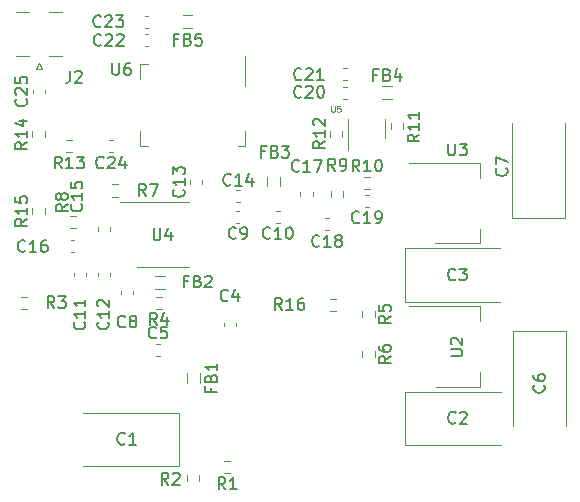
<source format=gbr>
%TF.GenerationSoftware,KiCad,Pcbnew,7.0.6-0*%
%TF.CreationDate,2023-12-30T17:32:03-06:00*%
%TF.ProjectId,LO_PLL,4c4f5f50-4c4c-42e6-9b69-6361645f7063,rev?*%
%TF.SameCoordinates,Original*%
%TF.FileFunction,Legend,Top*%
%TF.FilePolarity,Positive*%
%FSLAX46Y46*%
G04 Gerber Fmt 4.6, Leading zero omitted, Abs format (unit mm)*
G04 Created by KiCad (PCBNEW 7.0.6-0) date 2023-12-30 17:32:03*
%MOMM*%
%LPD*%
G01*
G04 APERTURE LIST*
%ADD10C,0.150000*%
%ADD11C,0.125000*%
%ADD12C,0.120000*%
G04 APERTURE END LIST*
D10*
X38209580Y-56042857D02*
X38257200Y-56090476D01*
X38257200Y-56090476D02*
X38304819Y-56233333D01*
X38304819Y-56233333D02*
X38304819Y-56328571D01*
X38304819Y-56328571D02*
X38257200Y-56471428D01*
X38257200Y-56471428D02*
X38161961Y-56566666D01*
X38161961Y-56566666D02*
X38066723Y-56614285D01*
X38066723Y-56614285D02*
X37876247Y-56661904D01*
X37876247Y-56661904D02*
X37733390Y-56661904D01*
X37733390Y-56661904D02*
X37542914Y-56614285D01*
X37542914Y-56614285D02*
X37447676Y-56566666D01*
X37447676Y-56566666D02*
X37352438Y-56471428D01*
X37352438Y-56471428D02*
X37304819Y-56328571D01*
X37304819Y-56328571D02*
X37304819Y-56233333D01*
X37304819Y-56233333D02*
X37352438Y-56090476D01*
X37352438Y-56090476D02*
X37400057Y-56042857D01*
X38304819Y-55090476D02*
X38304819Y-55661904D01*
X38304819Y-55376190D02*
X37304819Y-55376190D01*
X37304819Y-55376190D02*
X37447676Y-55471428D01*
X37447676Y-55471428D02*
X37542914Y-55566666D01*
X37542914Y-55566666D02*
X37590533Y-55661904D01*
X37304819Y-54185714D02*
X37304819Y-54661904D01*
X37304819Y-54661904D02*
X37781009Y-54709523D01*
X37781009Y-54709523D02*
X37733390Y-54661904D01*
X37733390Y-54661904D02*
X37685771Y-54566666D01*
X37685771Y-54566666D02*
X37685771Y-54328571D01*
X37685771Y-54328571D02*
X37733390Y-54233333D01*
X37733390Y-54233333D02*
X37781009Y-54185714D01*
X37781009Y-54185714D02*
X37876247Y-54138095D01*
X37876247Y-54138095D02*
X38114342Y-54138095D01*
X38114342Y-54138095D02*
X38209580Y-54185714D01*
X38209580Y-54185714D02*
X38257200Y-54233333D01*
X38257200Y-54233333D02*
X38304819Y-54328571D01*
X38304819Y-54328571D02*
X38304819Y-54566666D01*
X38304819Y-54566666D02*
X38257200Y-54661904D01*
X38257200Y-54661904D02*
X38209580Y-54709523D01*
X77369580Y-71386666D02*
X77417200Y-71434285D01*
X77417200Y-71434285D02*
X77464819Y-71577142D01*
X77464819Y-71577142D02*
X77464819Y-71672380D01*
X77464819Y-71672380D02*
X77417200Y-71815237D01*
X77417200Y-71815237D02*
X77321961Y-71910475D01*
X77321961Y-71910475D02*
X77226723Y-71958094D01*
X77226723Y-71958094D02*
X77036247Y-72005713D01*
X77036247Y-72005713D02*
X76893390Y-72005713D01*
X76893390Y-72005713D02*
X76702914Y-71958094D01*
X76702914Y-71958094D02*
X76607676Y-71910475D01*
X76607676Y-71910475D02*
X76512438Y-71815237D01*
X76512438Y-71815237D02*
X76464819Y-71672380D01*
X76464819Y-71672380D02*
X76464819Y-71577142D01*
X76464819Y-71577142D02*
X76512438Y-71434285D01*
X76512438Y-71434285D02*
X76560057Y-71386666D01*
X76464819Y-70529523D02*
X76464819Y-70719999D01*
X76464819Y-70719999D02*
X76512438Y-70815237D01*
X76512438Y-70815237D02*
X76560057Y-70862856D01*
X76560057Y-70862856D02*
X76702914Y-70958094D01*
X76702914Y-70958094D02*
X76893390Y-71005713D01*
X76893390Y-71005713D02*
X77274342Y-71005713D01*
X77274342Y-71005713D02*
X77369580Y-70958094D01*
X77369580Y-70958094D02*
X77417200Y-70910475D01*
X77417200Y-70910475D02*
X77464819Y-70815237D01*
X77464819Y-70815237D02*
X77464819Y-70624761D01*
X77464819Y-70624761D02*
X77417200Y-70529523D01*
X77417200Y-70529523D02*
X77369580Y-70481904D01*
X77369580Y-70481904D02*
X77274342Y-70434285D01*
X77274342Y-70434285D02*
X77036247Y-70434285D01*
X77036247Y-70434285D02*
X76941009Y-70481904D01*
X76941009Y-70481904D02*
X76893390Y-70529523D01*
X76893390Y-70529523D02*
X76845771Y-70624761D01*
X76845771Y-70624761D02*
X76845771Y-70815237D01*
X76845771Y-70815237D02*
X76893390Y-70910475D01*
X76893390Y-70910475D02*
X76941009Y-70958094D01*
X76941009Y-70958094D02*
X77036247Y-71005713D01*
X64404819Y-68916666D02*
X63928628Y-69249999D01*
X64404819Y-69488094D02*
X63404819Y-69488094D01*
X63404819Y-69488094D02*
X63404819Y-69107142D01*
X63404819Y-69107142D02*
X63452438Y-69011904D01*
X63452438Y-69011904D02*
X63500057Y-68964285D01*
X63500057Y-68964285D02*
X63595295Y-68916666D01*
X63595295Y-68916666D02*
X63738152Y-68916666D01*
X63738152Y-68916666D02*
X63833390Y-68964285D01*
X63833390Y-68964285D02*
X63881009Y-69011904D01*
X63881009Y-69011904D02*
X63928628Y-69107142D01*
X63928628Y-69107142D02*
X63928628Y-69488094D01*
X63404819Y-68059523D02*
X63404819Y-68249999D01*
X63404819Y-68249999D02*
X63452438Y-68345237D01*
X63452438Y-68345237D02*
X63500057Y-68392856D01*
X63500057Y-68392856D02*
X63642914Y-68488094D01*
X63642914Y-68488094D02*
X63833390Y-68535713D01*
X63833390Y-68535713D02*
X64214342Y-68535713D01*
X64214342Y-68535713D02*
X64309580Y-68488094D01*
X64309580Y-68488094D02*
X64357200Y-68440475D01*
X64357200Y-68440475D02*
X64404819Y-68345237D01*
X64404819Y-68345237D02*
X64404819Y-68154761D01*
X64404819Y-68154761D02*
X64357200Y-68059523D01*
X64357200Y-68059523D02*
X64309580Y-68011904D01*
X64309580Y-68011904D02*
X64214342Y-67964285D01*
X64214342Y-67964285D02*
X63976247Y-67964285D01*
X63976247Y-67964285D02*
X63881009Y-68011904D01*
X63881009Y-68011904D02*
X63833390Y-68059523D01*
X63833390Y-68059523D02*
X63785771Y-68154761D01*
X63785771Y-68154761D02*
X63785771Y-68345237D01*
X63785771Y-68345237D02*
X63833390Y-68440475D01*
X63833390Y-68440475D02*
X63881009Y-68488094D01*
X63881009Y-68488094D02*
X63976247Y-68535713D01*
X54197142Y-58909580D02*
X54149523Y-58957200D01*
X54149523Y-58957200D02*
X54006666Y-59004819D01*
X54006666Y-59004819D02*
X53911428Y-59004819D01*
X53911428Y-59004819D02*
X53768571Y-58957200D01*
X53768571Y-58957200D02*
X53673333Y-58861961D01*
X53673333Y-58861961D02*
X53625714Y-58766723D01*
X53625714Y-58766723D02*
X53578095Y-58576247D01*
X53578095Y-58576247D02*
X53578095Y-58433390D01*
X53578095Y-58433390D02*
X53625714Y-58242914D01*
X53625714Y-58242914D02*
X53673333Y-58147676D01*
X53673333Y-58147676D02*
X53768571Y-58052438D01*
X53768571Y-58052438D02*
X53911428Y-58004819D01*
X53911428Y-58004819D02*
X54006666Y-58004819D01*
X54006666Y-58004819D02*
X54149523Y-58052438D01*
X54149523Y-58052438D02*
X54197142Y-58100057D01*
X55149523Y-59004819D02*
X54578095Y-59004819D01*
X54863809Y-59004819D02*
X54863809Y-58004819D01*
X54863809Y-58004819D02*
X54768571Y-58147676D01*
X54768571Y-58147676D02*
X54673333Y-58242914D01*
X54673333Y-58242914D02*
X54578095Y-58290533D01*
X55768571Y-58004819D02*
X55863809Y-58004819D01*
X55863809Y-58004819D02*
X55959047Y-58052438D01*
X55959047Y-58052438D02*
X56006666Y-58100057D01*
X56006666Y-58100057D02*
X56054285Y-58195295D01*
X56054285Y-58195295D02*
X56101904Y-58385771D01*
X56101904Y-58385771D02*
X56101904Y-58623866D01*
X56101904Y-58623866D02*
X56054285Y-58814342D01*
X56054285Y-58814342D02*
X56006666Y-58909580D01*
X56006666Y-58909580D02*
X55959047Y-58957200D01*
X55959047Y-58957200D02*
X55863809Y-59004819D01*
X55863809Y-59004819D02*
X55768571Y-59004819D01*
X55768571Y-59004819D02*
X55673333Y-58957200D01*
X55673333Y-58957200D02*
X55625714Y-58909580D01*
X55625714Y-58909580D02*
X55578095Y-58814342D01*
X55578095Y-58814342D02*
X55530476Y-58623866D01*
X55530476Y-58623866D02*
X55530476Y-58385771D01*
X55530476Y-58385771D02*
X55578095Y-58195295D01*
X55578095Y-58195295D02*
X55625714Y-58100057D01*
X55625714Y-58100057D02*
X55673333Y-58052438D01*
X55673333Y-58052438D02*
X55768571Y-58004819D01*
X59713333Y-53217319D02*
X59380000Y-52741128D01*
X59141905Y-53217319D02*
X59141905Y-52217319D01*
X59141905Y-52217319D02*
X59522857Y-52217319D01*
X59522857Y-52217319D02*
X59618095Y-52264938D01*
X59618095Y-52264938D02*
X59665714Y-52312557D01*
X59665714Y-52312557D02*
X59713333Y-52407795D01*
X59713333Y-52407795D02*
X59713333Y-52550652D01*
X59713333Y-52550652D02*
X59665714Y-52645890D01*
X59665714Y-52645890D02*
X59618095Y-52693509D01*
X59618095Y-52693509D02*
X59522857Y-52741128D01*
X59522857Y-52741128D02*
X59141905Y-52741128D01*
X60189524Y-53217319D02*
X60380000Y-53217319D01*
X60380000Y-53217319D02*
X60475238Y-53169700D01*
X60475238Y-53169700D02*
X60522857Y-53122080D01*
X60522857Y-53122080D02*
X60618095Y-52979223D01*
X60618095Y-52979223D02*
X60665714Y-52788747D01*
X60665714Y-52788747D02*
X60665714Y-52407795D01*
X60665714Y-52407795D02*
X60618095Y-52312557D01*
X60618095Y-52312557D02*
X60570476Y-52264938D01*
X60570476Y-52264938D02*
X60475238Y-52217319D01*
X60475238Y-52217319D02*
X60284762Y-52217319D01*
X60284762Y-52217319D02*
X60189524Y-52264938D01*
X60189524Y-52264938D02*
X60141905Y-52312557D01*
X60141905Y-52312557D02*
X60094286Y-52407795D01*
X60094286Y-52407795D02*
X60094286Y-52645890D01*
X60094286Y-52645890D02*
X60141905Y-52741128D01*
X60141905Y-52741128D02*
X60189524Y-52788747D01*
X60189524Y-52788747D02*
X60284762Y-52836366D01*
X60284762Y-52836366D02*
X60475238Y-52836366D01*
X60475238Y-52836366D02*
X60570476Y-52788747D01*
X60570476Y-52788747D02*
X60618095Y-52741128D01*
X60618095Y-52741128D02*
X60665714Y-52645890D01*
X66834819Y-50160357D02*
X66358628Y-50493690D01*
X66834819Y-50731785D02*
X65834819Y-50731785D01*
X65834819Y-50731785D02*
X65834819Y-50350833D01*
X65834819Y-50350833D02*
X65882438Y-50255595D01*
X65882438Y-50255595D02*
X65930057Y-50207976D01*
X65930057Y-50207976D02*
X66025295Y-50160357D01*
X66025295Y-50160357D02*
X66168152Y-50160357D01*
X66168152Y-50160357D02*
X66263390Y-50207976D01*
X66263390Y-50207976D02*
X66311009Y-50255595D01*
X66311009Y-50255595D02*
X66358628Y-50350833D01*
X66358628Y-50350833D02*
X66358628Y-50731785D01*
X66834819Y-49207976D02*
X66834819Y-49779404D01*
X66834819Y-49493690D02*
X65834819Y-49493690D01*
X65834819Y-49493690D02*
X65977676Y-49588928D01*
X65977676Y-49588928D02*
X66072914Y-49684166D01*
X66072914Y-49684166D02*
X66120533Y-49779404D01*
X66834819Y-48255595D02*
X66834819Y-48827023D01*
X66834819Y-48541309D02*
X65834819Y-48541309D01*
X65834819Y-48541309D02*
X65977676Y-48636547D01*
X65977676Y-48636547D02*
X66072914Y-48731785D01*
X66072914Y-48731785D02*
X66120533Y-48827023D01*
X46859580Y-54830357D02*
X46907200Y-54877976D01*
X46907200Y-54877976D02*
X46954819Y-55020833D01*
X46954819Y-55020833D02*
X46954819Y-55116071D01*
X46954819Y-55116071D02*
X46907200Y-55258928D01*
X46907200Y-55258928D02*
X46811961Y-55354166D01*
X46811961Y-55354166D02*
X46716723Y-55401785D01*
X46716723Y-55401785D02*
X46526247Y-55449404D01*
X46526247Y-55449404D02*
X46383390Y-55449404D01*
X46383390Y-55449404D02*
X46192914Y-55401785D01*
X46192914Y-55401785D02*
X46097676Y-55354166D01*
X46097676Y-55354166D02*
X46002438Y-55258928D01*
X46002438Y-55258928D02*
X45954819Y-55116071D01*
X45954819Y-55116071D02*
X45954819Y-55020833D01*
X45954819Y-55020833D02*
X46002438Y-54877976D01*
X46002438Y-54877976D02*
X46050057Y-54830357D01*
X46954819Y-53877976D02*
X46954819Y-54449404D01*
X46954819Y-54163690D02*
X45954819Y-54163690D01*
X45954819Y-54163690D02*
X46097676Y-54258928D01*
X46097676Y-54258928D02*
X46192914Y-54354166D01*
X46192914Y-54354166D02*
X46240533Y-54449404D01*
X45954819Y-53544642D02*
X45954819Y-52925595D01*
X45954819Y-52925595D02*
X46335771Y-53258928D01*
X46335771Y-53258928D02*
X46335771Y-53116071D01*
X46335771Y-53116071D02*
X46383390Y-53020833D01*
X46383390Y-53020833D02*
X46431009Y-52973214D01*
X46431009Y-52973214D02*
X46526247Y-52925595D01*
X46526247Y-52925595D02*
X46764342Y-52925595D01*
X46764342Y-52925595D02*
X46859580Y-52973214D01*
X46859580Y-52973214D02*
X46907200Y-53020833D01*
X46907200Y-53020833D02*
X46954819Y-53116071D01*
X46954819Y-53116071D02*
X46954819Y-53401785D01*
X46954819Y-53401785D02*
X46907200Y-53497023D01*
X46907200Y-53497023D02*
X46859580Y-53544642D01*
X69484819Y-68921904D02*
X70294342Y-68921904D01*
X70294342Y-68921904D02*
X70389580Y-68874285D01*
X70389580Y-68874285D02*
X70437200Y-68826666D01*
X70437200Y-68826666D02*
X70484819Y-68731428D01*
X70484819Y-68731428D02*
X70484819Y-68540952D01*
X70484819Y-68540952D02*
X70437200Y-68445714D01*
X70437200Y-68445714D02*
X70389580Y-68398095D01*
X70389580Y-68398095D02*
X70294342Y-68350476D01*
X70294342Y-68350476D02*
X69484819Y-68350476D01*
X69580057Y-67921904D02*
X69532438Y-67874285D01*
X69532438Y-67874285D02*
X69484819Y-67779047D01*
X69484819Y-67779047D02*
X69484819Y-67540952D01*
X69484819Y-67540952D02*
X69532438Y-67445714D01*
X69532438Y-67445714D02*
X69580057Y-67398095D01*
X69580057Y-67398095D02*
X69675295Y-67350476D01*
X69675295Y-67350476D02*
X69770533Y-67350476D01*
X69770533Y-67350476D02*
X69913390Y-67398095D01*
X69913390Y-67398095D02*
X70484819Y-67969523D01*
X70484819Y-67969523D02*
X70484819Y-67350476D01*
X41893333Y-76319580D02*
X41845714Y-76367200D01*
X41845714Y-76367200D02*
X41702857Y-76414819D01*
X41702857Y-76414819D02*
X41607619Y-76414819D01*
X41607619Y-76414819D02*
X41464762Y-76367200D01*
X41464762Y-76367200D02*
X41369524Y-76271961D01*
X41369524Y-76271961D02*
X41321905Y-76176723D01*
X41321905Y-76176723D02*
X41274286Y-75986247D01*
X41274286Y-75986247D02*
X41274286Y-75843390D01*
X41274286Y-75843390D02*
X41321905Y-75652914D01*
X41321905Y-75652914D02*
X41369524Y-75557676D01*
X41369524Y-75557676D02*
X41464762Y-75462438D01*
X41464762Y-75462438D02*
X41607619Y-75414819D01*
X41607619Y-75414819D02*
X41702857Y-75414819D01*
X41702857Y-75414819D02*
X41845714Y-75462438D01*
X41845714Y-75462438D02*
X41893333Y-75510057D01*
X42845714Y-76414819D02*
X42274286Y-76414819D01*
X42560000Y-76414819D02*
X42560000Y-75414819D01*
X42560000Y-75414819D02*
X42464762Y-75557676D01*
X42464762Y-75557676D02*
X42369524Y-75652914D01*
X42369524Y-75652914D02*
X42274286Y-75700533D01*
X40459580Y-66042857D02*
X40507200Y-66090476D01*
X40507200Y-66090476D02*
X40554819Y-66233333D01*
X40554819Y-66233333D02*
X40554819Y-66328571D01*
X40554819Y-66328571D02*
X40507200Y-66471428D01*
X40507200Y-66471428D02*
X40411961Y-66566666D01*
X40411961Y-66566666D02*
X40316723Y-66614285D01*
X40316723Y-66614285D02*
X40126247Y-66661904D01*
X40126247Y-66661904D02*
X39983390Y-66661904D01*
X39983390Y-66661904D02*
X39792914Y-66614285D01*
X39792914Y-66614285D02*
X39697676Y-66566666D01*
X39697676Y-66566666D02*
X39602438Y-66471428D01*
X39602438Y-66471428D02*
X39554819Y-66328571D01*
X39554819Y-66328571D02*
X39554819Y-66233333D01*
X39554819Y-66233333D02*
X39602438Y-66090476D01*
X39602438Y-66090476D02*
X39650057Y-66042857D01*
X40554819Y-65090476D02*
X40554819Y-65661904D01*
X40554819Y-65376190D02*
X39554819Y-65376190D01*
X39554819Y-65376190D02*
X39697676Y-65471428D01*
X39697676Y-65471428D02*
X39792914Y-65566666D01*
X39792914Y-65566666D02*
X39840533Y-65661904D01*
X39650057Y-64709523D02*
X39602438Y-64661904D01*
X39602438Y-64661904D02*
X39554819Y-64566666D01*
X39554819Y-64566666D02*
X39554819Y-64328571D01*
X39554819Y-64328571D02*
X39602438Y-64233333D01*
X39602438Y-64233333D02*
X39650057Y-64185714D01*
X39650057Y-64185714D02*
X39745295Y-64138095D01*
X39745295Y-64138095D02*
X39840533Y-64138095D01*
X39840533Y-64138095D02*
X39983390Y-64185714D01*
X39983390Y-64185714D02*
X40554819Y-64757142D01*
X40554819Y-64757142D02*
X40554819Y-64138095D01*
X50867142Y-54389580D02*
X50819523Y-54437200D01*
X50819523Y-54437200D02*
X50676666Y-54484819D01*
X50676666Y-54484819D02*
X50581428Y-54484819D01*
X50581428Y-54484819D02*
X50438571Y-54437200D01*
X50438571Y-54437200D02*
X50343333Y-54341961D01*
X50343333Y-54341961D02*
X50295714Y-54246723D01*
X50295714Y-54246723D02*
X50248095Y-54056247D01*
X50248095Y-54056247D02*
X50248095Y-53913390D01*
X50248095Y-53913390D02*
X50295714Y-53722914D01*
X50295714Y-53722914D02*
X50343333Y-53627676D01*
X50343333Y-53627676D02*
X50438571Y-53532438D01*
X50438571Y-53532438D02*
X50581428Y-53484819D01*
X50581428Y-53484819D02*
X50676666Y-53484819D01*
X50676666Y-53484819D02*
X50819523Y-53532438D01*
X50819523Y-53532438D02*
X50867142Y-53580057D01*
X51819523Y-54484819D02*
X51248095Y-54484819D01*
X51533809Y-54484819D02*
X51533809Y-53484819D01*
X51533809Y-53484819D02*
X51438571Y-53627676D01*
X51438571Y-53627676D02*
X51343333Y-53722914D01*
X51343333Y-53722914D02*
X51248095Y-53770533D01*
X52676666Y-53818152D02*
X52676666Y-54484819D01*
X52438571Y-53437200D02*
X52200476Y-54151485D01*
X52200476Y-54151485D02*
X52819523Y-54151485D01*
X33457142Y-60009580D02*
X33409523Y-60057200D01*
X33409523Y-60057200D02*
X33266666Y-60104819D01*
X33266666Y-60104819D02*
X33171428Y-60104819D01*
X33171428Y-60104819D02*
X33028571Y-60057200D01*
X33028571Y-60057200D02*
X32933333Y-59961961D01*
X32933333Y-59961961D02*
X32885714Y-59866723D01*
X32885714Y-59866723D02*
X32838095Y-59676247D01*
X32838095Y-59676247D02*
X32838095Y-59533390D01*
X32838095Y-59533390D02*
X32885714Y-59342914D01*
X32885714Y-59342914D02*
X32933333Y-59247676D01*
X32933333Y-59247676D02*
X33028571Y-59152438D01*
X33028571Y-59152438D02*
X33171428Y-59104819D01*
X33171428Y-59104819D02*
X33266666Y-59104819D01*
X33266666Y-59104819D02*
X33409523Y-59152438D01*
X33409523Y-59152438D02*
X33457142Y-59200057D01*
X34409523Y-60104819D02*
X33838095Y-60104819D01*
X34123809Y-60104819D02*
X34123809Y-59104819D01*
X34123809Y-59104819D02*
X34028571Y-59247676D01*
X34028571Y-59247676D02*
X33933333Y-59342914D01*
X33933333Y-59342914D02*
X33838095Y-59390533D01*
X35266666Y-59104819D02*
X35076190Y-59104819D01*
X35076190Y-59104819D02*
X34980952Y-59152438D01*
X34980952Y-59152438D02*
X34933333Y-59200057D01*
X34933333Y-59200057D02*
X34838095Y-59342914D01*
X34838095Y-59342914D02*
X34790476Y-59533390D01*
X34790476Y-59533390D02*
X34790476Y-59914342D01*
X34790476Y-59914342D02*
X34838095Y-60009580D01*
X34838095Y-60009580D02*
X34885714Y-60057200D01*
X34885714Y-60057200D02*
X34980952Y-60104819D01*
X34980952Y-60104819D02*
X35171428Y-60104819D01*
X35171428Y-60104819D02*
X35266666Y-60057200D01*
X35266666Y-60057200D02*
X35314285Y-60009580D01*
X35314285Y-60009580D02*
X35361904Y-59914342D01*
X35361904Y-59914342D02*
X35361904Y-59676247D01*
X35361904Y-59676247D02*
X35314285Y-59581009D01*
X35314285Y-59581009D02*
X35266666Y-59533390D01*
X35266666Y-59533390D02*
X35171428Y-59485771D01*
X35171428Y-59485771D02*
X34980952Y-59485771D01*
X34980952Y-59485771D02*
X34885714Y-59533390D01*
X34885714Y-59533390D02*
X34838095Y-59581009D01*
X34838095Y-59581009D02*
X34790476Y-59676247D01*
X33529580Y-47155357D02*
X33577200Y-47202976D01*
X33577200Y-47202976D02*
X33624819Y-47345833D01*
X33624819Y-47345833D02*
X33624819Y-47441071D01*
X33624819Y-47441071D02*
X33577200Y-47583928D01*
X33577200Y-47583928D02*
X33481961Y-47679166D01*
X33481961Y-47679166D02*
X33386723Y-47726785D01*
X33386723Y-47726785D02*
X33196247Y-47774404D01*
X33196247Y-47774404D02*
X33053390Y-47774404D01*
X33053390Y-47774404D02*
X32862914Y-47726785D01*
X32862914Y-47726785D02*
X32767676Y-47679166D01*
X32767676Y-47679166D02*
X32672438Y-47583928D01*
X32672438Y-47583928D02*
X32624819Y-47441071D01*
X32624819Y-47441071D02*
X32624819Y-47345833D01*
X32624819Y-47345833D02*
X32672438Y-47202976D01*
X32672438Y-47202976D02*
X32720057Y-47155357D01*
X32720057Y-46774404D02*
X32672438Y-46726785D01*
X32672438Y-46726785D02*
X32624819Y-46631547D01*
X32624819Y-46631547D02*
X32624819Y-46393452D01*
X32624819Y-46393452D02*
X32672438Y-46298214D01*
X32672438Y-46298214D02*
X32720057Y-46250595D01*
X32720057Y-46250595D02*
X32815295Y-46202976D01*
X32815295Y-46202976D02*
X32910533Y-46202976D01*
X32910533Y-46202976D02*
X33053390Y-46250595D01*
X33053390Y-46250595D02*
X33624819Y-46822023D01*
X33624819Y-46822023D02*
X33624819Y-46202976D01*
X32624819Y-45298214D02*
X32624819Y-45774404D01*
X32624819Y-45774404D02*
X33101009Y-45822023D01*
X33101009Y-45822023D02*
X33053390Y-45774404D01*
X33053390Y-45774404D02*
X33005771Y-45679166D01*
X33005771Y-45679166D02*
X33005771Y-45441071D01*
X33005771Y-45441071D02*
X33053390Y-45345833D01*
X33053390Y-45345833D02*
X33101009Y-45298214D01*
X33101009Y-45298214D02*
X33196247Y-45250595D01*
X33196247Y-45250595D02*
X33434342Y-45250595D01*
X33434342Y-45250595D02*
X33529580Y-45298214D01*
X33529580Y-45298214D02*
X33577200Y-45345833D01*
X33577200Y-45345833D02*
X33624819Y-45441071D01*
X33624819Y-45441071D02*
X33624819Y-45679166D01*
X33624819Y-45679166D02*
X33577200Y-45774404D01*
X33577200Y-45774404D02*
X33529580Y-45822023D01*
X36544642Y-53034819D02*
X36211309Y-52558628D01*
X35973214Y-53034819D02*
X35973214Y-52034819D01*
X35973214Y-52034819D02*
X36354166Y-52034819D01*
X36354166Y-52034819D02*
X36449404Y-52082438D01*
X36449404Y-52082438D02*
X36497023Y-52130057D01*
X36497023Y-52130057D02*
X36544642Y-52225295D01*
X36544642Y-52225295D02*
X36544642Y-52368152D01*
X36544642Y-52368152D02*
X36497023Y-52463390D01*
X36497023Y-52463390D02*
X36449404Y-52511009D01*
X36449404Y-52511009D02*
X36354166Y-52558628D01*
X36354166Y-52558628D02*
X35973214Y-52558628D01*
X37497023Y-53034819D02*
X36925595Y-53034819D01*
X37211309Y-53034819D02*
X37211309Y-52034819D01*
X37211309Y-52034819D02*
X37116071Y-52177676D01*
X37116071Y-52177676D02*
X37020833Y-52272914D01*
X37020833Y-52272914D02*
X36925595Y-52320533D01*
X37830357Y-52034819D02*
X38449404Y-52034819D01*
X38449404Y-52034819D02*
X38116071Y-52415771D01*
X38116071Y-52415771D02*
X38258928Y-52415771D01*
X38258928Y-52415771D02*
X38354166Y-52463390D01*
X38354166Y-52463390D02*
X38401785Y-52511009D01*
X38401785Y-52511009D02*
X38449404Y-52606247D01*
X38449404Y-52606247D02*
X38449404Y-52844342D01*
X38449404Y-52844342D02*
X38401785Y-52939580D01*
X38401785Y-52939580D02*
X38354166Y-52987200D01*
X38354166Y-52987200D02*
X38258928Y-53034819D01*
X38258928Y-53034819D02*
X37973214Y-53034819D01*
X37973214Y-53034819D02*
X37877976Y-52987200D01*
X37877976Y-52987200D02*
X37830357Y-52939580D01*
X55207142Y-65004819D02*
X54873809Y-64528628D01*
X54635714Y-65004819D02*
X54635714Y-64004819D01*
X54635714Y-64004819D02*
X55016666Y-64004819D01*
X55016666Y-64004819D02*
X55111904Y-64052438D01*
X55111904Y-64052438D02*
X55159523Y-64100057D01*
X55159523Y-64100057D02*
X55207142Y-64195295D01*
X55207142Y-64195295D02*
X55207142Y-64338152D01*
X55207142Y-64338152D02*
X55159523Y-64433390D01*
X55159523Y-64433390D02*
X55111904Y-64481009D01*
X55111904Y-64481009D02*
X55016666Y-64528628D01*
X55016666Y-64528628D02*
X54635714Y-64528628D01*
X56159523Y-65004819D02*
X55588095Y-65004819D01*
X55873809Y-65004819D02*
X55873809Y-64004819D01*
X55873809Y-64004819D02*
X55778571Y-64147676D01*
X55778571Y-64147676D02*
X55683333Y-64242914D01*
X55683333Y-64242914D02*
X55588095Y-64290533D01*
X57016666Y-64004819D02*
X56826190Y-64004819D01*
X56826190Y-64004819D02*
X56730952Y-64052438D01*
X56730952Y-64052438D02*
X56683333Y-64100057D01*
X56683333Y-64100057D02*
X56588095Y-64242914D01*
X56588095Y-64242914D02*
X56540476Y-64433390D01*
X56540476Y-64433390D02*
X56540476Y-64814342D01*
X56540476Y-64814342D02*
X56588095Y-64909580D01*
X56588095Y-64909580D02*
X56635714Y-64957200D01*
X56635714Y-64957200D02*
X56730952Y-65004819D01*
X56730952Y-65004819D02*
X56921428Y-65004819D01*
X56921428Y-65004819D02*
X57016666Y-64957200D01*
X57016666Y-64957200D02*
X57064285Y-64909580D01*
X57064285Y-64909580D02*
X57111904Y-64814342D01*
X57111904Y-64814342D02*
X57111904Y-64576247D01*
X57111904Y-64576247D02*
X57064285Y-64481009D01*
X57064285Y-64481009D02*
X57016666Y-64433390D01*
X57016666Y-64433390D02*
X56921428Y-64385771D01*
X56921428Y-64385771D02*
X56730952Y-64385771D01*
X56730952Y-64385771D02*
X56635714Y-64433390D01*
X56635714Y-64433390D02*
X56588095Y-64481009D01*
X56588095Y-64481009D02*
X56540476Y-64576247D01*
X69903333Y-74539580D02*
X69855714Y-74587200D01*
X69855714Y-74587200D02*
X69712857Y-74634819D01*
X69712857Y-74634819D02*
X69617619Y-74634819D01*
X69617619Y-74634819D02*
X69474762Y-74587200D01*
X69474762Y-74587200D02*
X69379524Y-74491961D01*
X69379524Y-74491961D02*
X69331905Y-74396723D01*
X69331905Y-74396723D02*
X69284286Y-74206247D01*
X69284286Y-74206247D02*
X69284286Y-74063390D01*
X69284286Y-74063390D02*
X69331905Y-73872914D01*
X69331905Y-73872914D02*
X69379524Y-73777676D01*
X69379524Y-73777676D02*
X69474762Y-73682438D01*
X69474762Y-73682438D02*
X69617619Y-73634819D01*
X69617619Y-73634819D02*
X69712857Y-73634819D01*
X69712857Y-73634819D02*
X69855714Y-73682438D01*
X69855714Y-73682438D02*
X69903333Y-73730057D01*
X70284286Y-73730057D02*
X70331905Y-73682438D01*
X70331905Y-73682438D02*
X70427143Y-73634819D01*
X70427143Y-73634819D02*
X70665238Y-73634819D01*
X70665238Y-73634819D02*
X70760476Y-73682438D01*
X70760476Y-73682438D02*
X70808095Y-73730057D01*
X70808095Y-73730057D02*
X70855714Y-73825295D01*
X70855714Y-73825295D02*
X70855714Y-73920533D01*
X70855714Y-73920533D02*
X70808095Y-74063390D01*
X70808095Y-74063390D02*
X70236667Y-74634819D01*
X70236667Y-74634819D02*
X70855714Y-74634819D01*
X44545833Y-67329580D02*
X44498214Y-67377200D01*
X44498214Y-67377200D02*
X44355357Y-67424819D01*
X44355357Y-67424819D02*
X44260119Y-67424819D01*
X44260119Y-67424819D02*
X44117262Y-67377200D01*
X44117262Y-67377200D02*
X44022024Y-67281961D01*
X44022024Y-67281961D02*
X43974405Y-67186723D01*
X43974405Y-67186723D02*
X43926786Y-66996247D01*
X43926786Y-66996247D02*
X43926786Y-66853390D01*
X43926786Y-66853390D02*
X43974405Y-66662914D01*
X43974405Y-66662914D02*
X44022024Y-66567676D01*
X44022024Y-66567676D02*
X44117262Y-66472438D01*
X44117262Y-66472438D02*
X44260119Y-66424819D01*
X44260119Y-66424819D02*
X44355357Y-66424819D01*
X44355357Y-66424819D02*
X44498214Y-66472438D01*
X44498214Y-66472438D02*
X44545833Y-66520057D01*
X45450595Y-66424819D02*
X44974405Y-66424819D01*
X44974405Y-66424819D02*
X44926786Y-66901009D01*
X44926786Y-66901009D02*
X44974405Y-66853390D01*
X44974405Y-66853390D02*
X45069643Y-66805771D01*
X45069643Y-66805771D02*
X45307738Y-66805771D01*
X45307738Y-66805771D02*
X45402976Y-66853390D01*
X45402976Y-66853390D02*
X45450595Y-66901009D01*
X45450595Y-66901009D02*
X45498214Y-66996247D01*
X45498214Y-66996247D02*
X45498214Y-67234342D01*
X45498214Y-67234342D02*
X45450595Y-67329580D01*
X45450595Y-67329580D02*
X45402976Y-67377200D01*
X45402976Y-67377200D02*
X45307738Y-67424819D01*
X45307738Y-67424819D02*
X45069643Y-67424819D01*
X45069643Y-67424819D02*
X44974405Y-67377200D01*
X44974405Y-67377200D02*
X44926786Y-67329580D01*
X56837142Y-46949580D02*
X56789523Y-46997200D01*
X56789523Y-46997200D02*
X56646666Y-47044819D01*
X56646666Y-47044819D02*
X56551428Y-47044819D01*
X56551428Y-47044819D02*
X56408571Y-46997200D01*
X56408571Y-46997200D02*
X56313333Y-46901961D01*
X56313333Y-46901961D02*
X56265714Y-46806723D01*
X56265714Y-46806723D02*
X56218095Y-46616247D01*
X56218095Y-46616247D02*
X56218095Y-46473390D01*
X56218095Y-46473390D02*
X56265714Y-46282914D01*
X56265714Y-46282914D02*
X56313333Y-46187676D01*
X56313333Y-46187676D02*
X56408571Y-46092438D01*
X56408571Y-46092438D02*
X56551428Y-46044819D01*
X56551428Y-46044819D02*
X56646666Y-46044819D01*
X56646666Y-46044819D02*
X56789523Y-46092438D01*
X56789523Y-46092438D02*
X56837142Y-46140057D01*
X57218095Y-46140057D02*
X57265714Y-46092438D01*
X57265714Y-46092438D02*
X57360952Y-46044819D01*
X57360952Y-46044819D02*
X57599047Y-46044819D01*
X57599047Y-46044819D02*
X57694285Y-46092438D01*
X57694285Y-46092438D02*
X57741904Y-46140057D01*
X57741904Y-46140057D02*
X57789523Y-46235295D01*
X57789523Y-46235295D02*
X57789523Y-46330533D01*
X57789523Y-46330533D02*
X57741904Y-46473390D01*
X57741904Y-46473390D02*
X57170476Y-47044819D01*
X57170476Y-47044819D02*
X57789523Y-47044819D01*
X58408571Y-46044819D02*
X58503809Y-46044819D01*
X58503809Y-46044819D02*
X58599047Y-46092438D01*
X58599047Y-46092438D02*
X58646666Y-46140057D01*
X58646666Y-46140057D02*
X58694285Y-46235295D01*
X58694285Y-46235295D02*
X58741904Y-46425771D01*
X58741904Y-46425771D02*
X58741904Y-46663866D01*
X58741904Y-46663866D02*
X58694285Y-46854342D01*
X58694285Y-46854342D02*
X58646666Y-46949580D01*
X58646666Y-46949580D02*
X58599047Y-46997200D01*
X58599047Y-46997200D02*
X58503809Y-47044819D01*
X58503809Y-47044819D02*
X58408571Y-47044819D01*
X58408571Y-47044819D02*
X58313333Y-46997200D01*
X58313333Y-46997200D02*
X58265714Y-46949580D01*
X58265714Y-46949580D02*
X58218095Y-46854342D01*
X58218095Y-46854342D02*
X58170476Y-46663866D01*
X58170476Y-46663866D02*
X58170476Y-46425771D01*
X58170476Y-46425771D02*
X58218095Y-46235295D01*
X58218095Y-46235295D02*
X58265714Y-46140057D01*
X58265714Y-46140057D02*
X58313333Y-46092438D01*
X58313333Y-46092438D02*
X58408571Y-46044819D01*
X43683333Y-55354819D02*
X43350000Y-54878628D01*
X43111905Y-55354819D02*
X43111905Y-54354819D01*
X43111905Y-54354819D02*
X43492857Y-54354819D01*
X43492857Y-54354819D02*
X43588095Y-54402438D01*
X43588095Y-54402438D02*
X43635714Y-54450057D01*
X43635714Y-54450057D02*
X43683333Y-54545295D01*
X43683333Y-54545295D02*
X43683333Y-54688152D01*
X43683333Y-54688152D02*
X43635714Y-54783390D01*
X43635714Y-54783390D02*
X43588095Y-54831009D01*
X43588095Y-54831009D02*
X43492857Y-54878628D01*
X43492857Y-54878628D02*
X43111905Y-54878628D01*
X44016667Y-54354819D02*
X44683333Y-54354819D01*
X44683333Y-54354819D02*
X44254762Y-55354819D01*
X64404819Y-65504166D02*
X63928628Y-65837499D01*
X64404819Y-66075594D02*
X63404819Y-66075594D01*
X63404819Y-66075594D02*
X63404819Y-65694642D01*
X63404819Y-65694642D02*
X63452438Y-65599404D01*
X63452438Y-65599404D02*
X63500057Y-65551785D01*
X63500057Y-65551785D02*
X63595295Y-65504166D01*
X63595295Y-65504166D02*
X63738152Y-65504166D01*
X63738152Y-65504166D02*
X63833390Y-65551785D01*
X63833390Y-65551785D02*
X63881009Y-65599404D01*
X63881009Y-65599404D02*
X63928628Y-65694642D01*
X63928628Y-65694642D02*
X63928628Y-66075594D01*
X63404819Y-64599404D02*
X63404819Y-65075594D01*
X63404819Y-65075594D02*
X63881009Y-65123213D01*
X63881009Y-65123213D02*
X63833390Y-65075594D01*
X63833390Y-65075594D02*
X63785771Y-64980356D01*
X63785771Y-64980356D02*
X63785771Y-64742261D01*
X63785771Y-64742261D02*
X63833390Y-64647023D01*
X63833390Y-64647023D02*
X63881009Y-64599404D01*
X63881009Y-64599404D02*
X63976247Y-64551785D01*
X63976247Y-64551785D02*
X64214342Y-64551785D01*
X64214342Y-64551785D02*
X64309580Y-64599404D01*
X64309580Y-64599404D02*
X64357200Y-64647023D01*
X64357200Y-64647023D02*
X64404819Y-64742261D01*
X64404819Y-64742261D02*
X64404819Y-64980356D01*
X64404819Y-64980356D02*
X64357200Y-65075594D01*
X64357200Y-65075594D02*
X64309580Y-65123213D01*
X56847142Y-45459580D02*
X56799523Y-45507200D01*
X56799523Y-45507200D02*
X56656666Y-45554819D01*
X56656666Y-45554819D02*
X56561428Y-45554819D01*
X56561428Y-45554819D02*
X56418571Y-45507200D01*
X56418571Y-45507200D02*
X56323333Y-45411961D01*
X56323333Y-45411961D02*
X56275714Y-45316723D01*
X56275714Y-45316723D02*
X56228095Y-45126247D01*
X56228095Y-45126247D02*
X56228095Y-44983390D01*
X56228095Y-44983390D02*
X56275714Y-44792914D01*
X56275714Y-44792914D02*
X56323333Y-44697676D01*
X56323333Y-44697676D02*
X56418571Y-44602438D01*
X56418571Y-44602438D02*
X56561428Y-44554819D01*
X56561428Y-44554819D02*
X56656666Y-44554819D01*
X56656666Y-44554819D02*
X56799523Y-44602438D01*
X56799523Y-44602438D02*
X56847142Y-44650057D01*
X57228095Y-44650057D02*
X57275714Y-44602438D01*
X57275714Y-44602438D02*
X57370952Y-44554819D01*
X57370952Y-44554819D02*
X57609047Y-44554819D01*
X57609047Y-44554819D02*
X57704285Y-44602438D01*
X57704285Y-44602438D02*
X57751904Y-44650057D01*
X57751904Y-44650057D02*
X57799523Y-44745295D01*
X57799523Y-44745295D02*
X57799523Y-44840533D01*
X57799523Y-44840533D02*
X57751904Y-44983390D01*
X57751904Y-44983390D02*
X57180476Y-45554819D01*
X57180476Y-45554819D02*
X57799523Y-45554819D01*
X58751904Y-45554819D02*
X58180476Y-45554819D01*
X58466190Y-45554819D02*
X58466190Y-44554819D01*
X58466190Y-44554819D02*
X58370952Y-44697676D01*
X58370952Y-44697676D02*
X58275714Y-44792914D01*
X58275714Y-44792914D02*
X58180476Y-44840533D01*
X39862142Y-40979580D02*
X39814523Y-41027200D01*
X39814523Y-41027200D02*
X39671666Y-41074819D01*
X39671666Y-41074819D02*
X39576428Y-41074819D01*
X39576428Y-41074819D02*
X39433571Y-41027200D01*
X39433571Y-41027200D02*
X39338333Y-40931961D01*
X39338333Y-40931961D02*
X39290714Y-40836723D01*
X39290714Y-40836723D02*
X39243095Y-40646247D01*
X39243095Y-40646247D02*
X39243095Y-40503390D01*
X39243095Y-40503390D02*
X39290714Y-40312914D01*
X39290714Y-40312914D02*
X39338333Y-40217676D01*
X39338333Y-40217676D02*
X39433571Y-40122438D01*
X39433571Y-40122438D02*
X39576428Y-40074819D01*
X39576428Y-40074819D02*
X39671666Y-40074819D01*
X39671666Y-40074819D02*
X39814523Y-40122438D01*
X39814523Y-40122438D02*
X39862142Y-40170057D01*
X40243095Y-40170057D02*
X40290714Y-40122438D01*
X40290714Y-40122438D02*
X40385952Y-40074819D01*
X40385952Y-40074819D02*
X40624047Y-40074819D01*
X40624047Y-40074819D02*
X40719285Y-40122438D01*
X40719285Y-40122438D02*
X40766904Y-40170057D01*
X40766904Y-40170057D02*
X40814523Y-40265295D01*
X40814523Y-40265295D02*
X40814523Y-40360533D01*
X40814523Y-40360533D02*
X40766904Y-40503390D01*
X40766904Y-40503390D02*
X40195476Y-41074819D01*
X40195476Y-41074819D02*
X40814523Y-41074819D01*
X41147857Y-40074819D02*
X41766904Y-40074819D01*
X41766904Y-40074819D02*
X41433571Y-40455771D01*
X41433571Y-40455771D02*
X41576428Y-40455771D01*
X41576428Y-40455771D02*
X41671666Y-40503390D01*
X41671666Y-40503390D02*
X41719285Y-40551009D01*
X41719285Y-40551009D02*
X41766904Y-40646247D01*
X41766904Y-40646247D02*
X41766904Y-40884342D01*
X41766904Y-40884342D02*
X41719285Y-40979580D01*
X41719285Y-40979580D02*
X41671666Y-41027200D01*
X41671666Y-41027200D02*
X41576428Y-41074819D01*
X41576428Y-41074819D02*
X41290714Y-41074819D01*
X41290714Y-41074819D02*
X41195476Y-41027200D01*
X41195476Y-41027200D02*
X41147857Y-40979580D01*
X49201009Y-71613333D02*
X49201009Y-71946666D01*
X49724819Y-71946666D02*
X48724819Y-71946666D01*
X48724819Y-71946666D02*
X48724819Y-71470476D01*
X49201009Y-70756190D02*
X49248628Y-70613333D01*
X49248628Y-70613333D02*
X49296247Y-70565714D01*
X49296247Y-70565714D02*
X49391485Y-70518095D01*
X49391485Y-70518095D02*
X49534342Y-70518095D01*
X49534342Y-70518095D02*
X49629580Y-70565714D01*
X49629580Y-70565714D02*
X49677200Y-70613333D01*
X49677200Y-70613333D02*
X49724819Y-70708571D01*
X49724819Y-70708571D02*
X49724819Y-71089523D01*
X49724819Y-71089523D02*
X48724819Y-71089523D01*
X48724819Y-71089523D02*
X48724819Y-70756190D01*
X48724819Y-70756190D02*
X48772438Y-70660952D01*
X48772438Y-70660952D02*
X48820057Y-70613333D01*
X48820057Y-70613333D02*
X48915295Y-70565714D01*
X48915295Y-70565714D02*
X49010533Y-70565714D01*
X49010533Y-70565714D02*
X49105771Y-70613333D01*
X49105771Y-70613333D02*
X49153390Y-70660952D01*
X49153390Y-70660952D02*
X49201009Y-70756190D01*
X49201009Y-70756190D02*
X49201009Y-71089523D01*
X49724819Y-69565714D02*
X49724819Y-70137142D01*
X49724819Y-69851428D02*
X48724819Y-69851428D01*
X48724819Y-69851428D02*
X48867676Y-69946666D01*
X48867676Y-69946666D02*
X48962914Y-70041904D01*
X48962914Y-70041904D02*
X49010533Y-70137142D01*
X58362142Y-59584580D02*
X58314523Y-59632200D01*
X58314523Y-59632200D02*
X58171666Y-59679819D01*
X58171666Y-59679819D02*
X58076428Y-59679819D01*
X58076428Y-59679819D02*
X57933571Y-59632200D01*
X57933571Y-59632200D02*
X57838333Y-59536961D01*
X57838333Y-59536961D02*
X57790714Y-59441723D01*
X57790714Y-59441723D02*
X57743095Y-59251247D01*
X57743095Y-59251247D02*
X57743095Y-59108390D01*
X57743095Y-59108390D02*
X57790714Y-58917914D01*
X57790714Y-58917914D02*
X57838333Y-58822676D01*
X57838333Y-58822676D02*
X57933571Y-58727438D01*
X57933571Y-58727438D02*
X58076428Y-58679819D01*
X58076428Y-58679819D02*
X58171666Y-58679819D01*
X58171666Y-58679819D02*
X58314523Y-58727438D01*
X58314523Y-58727438D02*
X58362142Y-58775057D01*
X59314523Y-59679819D02*
X58743095Y-59679819D01*
X59028809Y-59679819D02*
X59028809Y-58679819D01*
X59028809Y-58679819D02*
X58933571Y-58822676D01*
X58933571Y-58822676D02*
X58838333Y-58917914D01*
X58838333Y-58917914D02*
X58743095Y-58965533D01*
X59885952Y-59108390D02*
X59790714Y-59060771D01*
X59790714Y-59060771D02*
X59743095Y-59013152D01*
X59743095Y-59013152D02*
X59695476Y-58917914D01*
X59695476Y-58917914D02*
X59695476Y-58870295D01*
X59695476Y-58870295D02*
X59743095Y-58775057D01*
X59743095Y-58775057D02*
X59790714Y-58727438D01*
X59790714Y-58727438D02*
X59885952Y-58679819D01*
X59885952Y-58679819D02*
X60076428Y-58679819D01*
X60076428Y-58679819D02*
X60171666Y-58727438D01*
X60171666Y-58727438D02*
X60219285Y-58775057D01*
X60219285Y-58775057D02*
X60266904Y-58870295D01*
X60266904Y-58870295D02*
X60266904Y-58917914D01*
X60266904Y-58917914D02*
X60219285Y-59013152D01*
X60219285Y-59013152D02*
X60171666Y-59060771D01*
X60171666Y-59060771D02*
X60076428Y-59108390D01*
X60076428Y-59108390D02*
X59885952Y-59108390D01*
X59885952Y-59108390D02*
X59790714Y-59156009D01*
X59790714Y-59156009D02*
X59743095Y-59203628D01*
X59743095Y-59203628D02*
X59695476Y-59298866D01*
X59695476Y-59298866D02*
X59695476Y-59489342D01*
X59695476Y-59489342D02*
X59743095Y-59584580D01*
X59743095Y-59584580D02*
X59790714Y-59632200D01*
X59790714Y-59632200D02*
X59885952Y-59679819D01*
X59885952Y-59679819D02*
X60076428Y-59679819D01*
X60076428Y-59679819D02*
X60171666Y-59632200D01*
X60171666Y-59632200D02*
X60219285Y-59584580D01*
X60219285Y-59584580D02*
X60266904Y-59489342D01*
X60266904Y-59489342D02*
X60266904Y-59298866D01*
X60266904Y-59298866D02*
X60219285Y-59203628D01*
X60219285Y-59203628D02*
X60171666Y-59156009D01*
X60171666Y-59156009D02*
X60076428Y-59108390D01*
X33624819Y-57292857D02*
X33148628Y-57626190D01*
X33624819Y-57864285D02*
X32624819Y-57864285D01*
X32624819Y-57864285D02*
X32624819Y-57483333D01*
X32624819Y-57483333D02*
X32672438Y-57388095D01*
X32672438Y-57388095D02*
X32720057Y-57340476D01*
X32720057Y-57340476D02*
X32815295Y-57292857D01*
X32815295Y-57292857D02*
X32958152Y-57292857D01*
X32958152Y-57292857D02*
X33053390Y-57340476D01*
X33053390Y-57340476D02*
X33101009Y-57388095D01*
X33101009Y-57388095D02*
X33148628Y-57483333D01*
X33148628Y-57483333D02*
X33148628Y-57864285D01*
X33624819Y-56340476D02*
X33624819Y-56911904D01*
X33624819Y-56626190D02*
X32624819Y-56626190D01*
X32624819Y-56626190D02*
X32767676Y-56721428D01*
X32767676Y-56721428D02*
X32862914Y-56816666D01*
X32862914Y-56816666D02*
X32910533Y-56911904D01*
X32624819Y-55435714D02*
X32624819Y-55911904D01*
X32624819Y-55911904D02*
X33101009Y-55959523D01*
X33101009Y-55959523D02*
X33053390Y-55911904D01*
X33053390Y-55911904D02*
X33005771Y-55816666D01*
X33005771Y-55816666D02*
X33005771Y-55578571D01*
X33005771Y-55578571D02*
X33053390Y-55483333D01*
X33053390Y-55483333D02*
X33101009Y-55435714D01*
X33101009Y-55435714D02*
X33196247Y-55388095D01*
X33196247Y-55388095D02*
X33434342Y-55388095D01*
X33434342Y-55388095D02*
X33529580Y-55435714D01*
X33529580Y-55435714D02*
X33577200Y-55483333D01*
X33577200Y-55483333D02*
X33624819Y-55578571D01*
X33624819Y-55578571D02*
X33624819Y-55816666D01*
X33624819Y-55816666D02*
X33577200Y-55911904D01*
X33577200Y-55911904D02*
X33529580Y-55959523D01*
X63269166Y-45091009D02*
X62935833Y-45091009D01*
X62935833Y-45614819D02*
X62935833Y-44614819D01*
X62935833Y-44614819D02*
X63412023Y-44614819D01*
X64126309Y-45091009D02*
X64269166Y-45138628D01*
X64269166Y-45138628D02*
X64316785Y-45186247D01*
X64316785Y-45186247D02*
X64364404Y-45281485D01*
X64364404Y-45281485D02*
X64364404Y-45424342D01*
X64364404Y-45424342D02*
X64316785Y-45519580D01*
X64316785Y-45519580D02*
X64269166Y-45567200D01*
X64269166Y-45567200D02*
X64173928Y-45614819D01*
X64173928Y-45614819D02*
X63792976Y-45614819D01*
X63792976Y-45614819D02*
X63792976Y-44614819D01*
X63792976Y-44614819D02*
X64126309Y-44614819D01*
X64126309Y-44614819D02*
X64221547Y-44662438D01*
X64221547Y-44662438D02*
X64269166Y-44710057D01*
X64269166Y-44710057D02*
X64316785Y-44805295D01*
X64316785Y-44805295D02*
X64316785Y-44900533D01*
X64316785Y-44900533D02*
X64269166Y-44995771D01*
X64269166Y-44995771D02*
X64221547Y-45043390D01*
X64221547Y-45043390D02*
X64126309Y-45091009D01*
X64126309Y-45091009D02*
X63792976Y-45091009D01*
X65221547Y-44948152D02*
X65221547Y-45614819D01*
X64983452Y-44567200D02*
X64745357Y-45281485D01*
X64745357Y-45281485D02*
X65364404Y-45281485D01*
X33624819Y-50792857D02*
X33148628Y-51126190D01*
X33624819Y-51364285D02*
X32624819Y-51364285D01*
X32624819Y-51364285D02*
X32624819Y-50983333D01*
X32624819Y-50983333D02*
X32672438Y-50888095D01*
X32672438Y-50888095D02*
X32720057Y-50840476D01*
X32720057Y-50840476D02*
X32815295Y-50792857D01*
X32815295Y-50792857D02*
X32958152Y-50792857D01*
X32958152Y-50792857D02*
X33053390Y-50840476D01*
X33053390Y-50840476D02*
X33101009Y-50888095D01*
X33101009Y-50888095D02*
X33148628Y-50983333D01*
X33148628Y-50983333D02*
X33148628Y-51364285D01*
X33624819Y-49840476D02*
X33624819Y-50411904D01*
X33624819Y-50126190D02*
X32624819Y-50126190D01*
X32624819Y-50126190D02*
X32767676Y-50221428D01*
X32767676Y-50221428D02*
X32862914Y-50316666D01*
X32862914Y-50316666D02*
X32910533Y-50411904D01*
X32958152Y-48983333D02*
X33624819Y-48983333D01*
X32577200Y-49221428D02*
X33291485Y-49459523D01*
X33291485Y-49459523D02*
X33291485Y-48840476D01*
X61749642Y-53274819D02*
X61416309Y-52798628D01*
X61178214Y-53274819D02*
X61178214Y-52274819D01*
X61178214Y-52274819D02*
X61559166Y-52274819D01*
X61559166Y-52274819D02*
X61654404Y-52322438D01*
X61654404Y-52322438D02*
X61702023Y-52370057D01*
X61702023Y-52370057D02*
X61749642Y-52465295D01*
X61749642Y-52465295D02*
X61749642Y-52608152D01*
X61749642Y-52608152D02*
X61702023Y-52703390D01*
X61702023Y-52703390D02*
X61654404Y-52751009D01*
X61654404Y-52751009D02*
X61559166Y-52798628D01*
X61559166Y-52798628D02*
X61178214Y-52798628D01*
X62702023Y-53274819D02*
X62130595Y-53274819D01*
X62416309Y-53274819D02*
X62416309Y-52274819D01*
X62416309Y-52274819D02*
X62321071Y-52417676D01*
X62321071Y-52417676D02*
X62225833Y-52512914D01*
X62225833Y-52512914D02*
X62130595Y-52560533D01*
X63321071Y-52274819D02*
X63416309Y-52274819D01*
X63416309Y-52274819D02*
X63511547Y-52322438D01*
X63511547Y-52322438D02*
X63559166Y-52370057D01*
X63559166Y-52370057D02*
X63606785Y-52465295D01*
X63606785Y-52465295D02*
X63654404Y-52655771D01*
X63654404Y-52655771D02*
X63654404Y-52893866D01*
X63654404Y-52893866D02*
X63606785Y-53084342D01*
X63606785Y-53084342D02*
X63559166Y-53179580D01*
X63559166Y-53179580D02*
X63511547Y-53227200D01*
X63511547Y-53227200D02*
X63416309Y-53274819D01*
X63416309Y-53274819D02*
X63321071Y-53274819D01*
X63321071Y-53274819D02*
X63225833Y-53227200D01*
X63225833Y-53227200D02*
X63178214Y-53179580D01*
X63178214Y-53179580D02*
X63130595Y-53084342D01*
X63130595Y-53084342D02*
X63082976Y-52893866D01*
X63082976Y-52893866D02*
X63082976Y-52655771D01*
X63082976Y-52655771D02*
X63130595Y-52465295D01*
X63130595Y-52465295D02*
X63178214Y-52370057D01*
X63178214Y-52370057D02*
X63225833Y-52322438D01*
X63225833Y-52322438D02*
X63321071Y-52274819D01*
X46376666Y-42111009D02*
X46043333Y-42111009D01*
X46043333Y-42634819D02*
X46043333Y-41634819D01*
X46043333Y-41634819D02*
X46519523Y-41634819D01*
X47233809Y-42111009D02*
X47376666Y-42158628D01*
X47376666Y-42158628D02*
X47424285Y-42206247D01*
X47424285Y-42206247D02*
X47471904Y-42301485D01*
X47471904Y-42301485D02*
X47471904Y-42444342D01*
X47471904Y-42444342D02*
X47424285Y-42539580D01*
X47424285Y-42539580D02*
X47376666Y-42587200D01*
X47376666Y-42587200D02*
X47281428Y-42634819D01*
X47281428Y-42634819D02*
X46900476Y-42634819D01*
X46900476Y-42634819D02*
X46900476Y-41634819D01*
X46900476Y-41634819D02*
X47233809Y-41634819D01*
X47233809Y-41634819D02*
X47329047Y-41682438D01*
X47329047Y-41682438D02*
X47376666Y-41730057D01*
X47376666Y-41730057D02*
X47424285Y-41825295D01*
X47424285Y-41825295D02*
X47424285Y-41920533D01*
X47424285Y-41920533D02*
X47376666Y-42015771D01*
X47376666Y-42015771D02*
X47329047Y-42063390D01*
X47329047Y-42063390D02*
X47233809Y-42111009D01*
X47233809Y-42111009D02*
X46900476Y-42111009D01*
X48376666Y-41634819D02*
X47900476Y-41634819D01*
X47900476Y-41634819D02*
X47852857Y-42111009D01*
X47852857Y-42111009D02*
X47900476Y-42063390D01*
X47900476Y-42063390D02*
X47995714Y-42015771D01*
X47995714Y-42015771D02*
X48233809Y-42015771D01*
X48233809Y-42015771D02*
X48329047Y-42063390D01*
X48329047Y-42063390D02*
X48376666Y-42111009D01*
X48376666Y-42111009D02*
X48424285Y-42206247D01*
X48424285Y-42206247D02*
X48424285Y-42444342D01*
X48424285Y-42444342D02*
X48376666Y-42539580D01*
X48376666Y-42539580D02*
X48329047Y-42587200D01*
X48329047Y-42587200D02*
X48233809Y-42634819D01*
X48233809Y-42634819D02*
X47995714Y-42634819D01*
X47995714Y-42634819D02*
X47900476Y-42587200D01*
X47900476Y-42587200D02*
X47852857Y-42539580D01*
X44338095Y-58104819D02*
X44338095Y-58914342D01*
X44338095Y-58914342D02*
X44385714Y-59009580D01*
X44385714Y-59009580D02*
X44433333Y-59057200D01*
X44433333Y-59057200D02*
X44528571Y-59104819D01*
X44528571Y-59104819D02*
X44719047Y-59104819D01*
X44719047Y-59104819D02*
X44814285Y-59057200D01*
X44814285Y-59057200D02*
X44861904Y-59009580D01*
X44861904Y-59009580D02*
X44909523Y-58914342D01*
X44909523Y-58914342D02*
X44909523Y-58104819D01*
X45814285Y-58438152D02*
X45814285Y-59104819D01*
X45576190Y-58057200D02*
X45338095Y-58771485D01*
X45338095Y-58771485D02*
X45957142Y-58771485D01*
D11*
X59379047Y-47724809D02*
X59379047Y-48129571D01*
X59379047Y-48129571D02*
X59402857Y-48177190D01*
X59402857Y-48177190D02*
X59426666Y-48201000D01*
X59426666Y-48201000D02*
X59474285Y-48224809D01*
X59474285Y-48224809D02*
X59569523Y-48224809D01*
X59569523Y-48224809D02*
X59617142Y-48201000D01*
X59617142Y-48201000D02*
X59640952Y-48177190D01*
X59640952Y-48177190D02*
X59664761Y-48129571D01*
X59664761Y-48129571D02*
X59664761Y-47724809D01*
X60140952Y-47724809D02*
X59902857Y-47724809D01*
X59902857Y-47724809D02*
X59879048Y-47962904D01*
X59879048Y-47962904D02*
X59902857Y-47939095D01*
X59902857Y-47939095D02*
X59950476Y-47915285D01*
X59950476Y-47915285D02*
X60069524Y-47915285D01*
X60069524Y-47915285D02*
X60117143Y-47939095D01*
X60117143Y-47939095D02*
X60140952Y-47962904D01*
X60140952Y-47962904D02*
X60164762Y-48010523D01*
X60164762Y-48010523D02*
X60164762Y-48129571D01*
X60164762Y-48129571D02*
X60140952Y-48177190D01*
X60140952Y-48177190D02*
X60117143Y-48201000D01*
X60117143Y-48201000D02*
X60069524Y-48224809D01*
X60069524Y-48224809D02*
X59950476Y-48224809D01*
X59950476Y-48224809D02*
X59902857Y-48201000D01*
X59902857Y-48201000D02*
X59879048Y-48177190D01*
D10*
X44613333Y-66264819D02*
X44280000Y-65788628D01*
X44041905Y-66264819D02*
X44041905Y-65264819D01*
X44041905Y-65264819D02*
X44422857Y-65264819D01*
X44422857Y-65264819D02*
X44518095Y-65312438D01*
X44518095Y-65312438D02*
X44565714Y-65360057D01*
X44565714Y-65360057D02*
X44613333Y-65455295D01*
X44613333Y-65455295D02*
X44613333Y-65598152D01*
X44613333Y-65598152D02*
X44565714Y-65693390D01*
X44565714Y-65693390D02*
X44518095Y-65741009D01*
X44518095Y-65741009D02*
X44422857Y-65788628D01*
X44422857Y-65788628D02*
X44041905Y-65788628D01*
X45470476Y-65598152D02*
X45470476Y-66264819D01*
X45232381Y-65217200D02*
X44994286Y-65931485D01*
X44994286Y-65931485D02*
X45613333Y-65931485D01*
X51303333Y-58899580D02*
X51255714Y-58947200D01*
X51255714Y-58947200D02*
X51112857Y-58994819D01*
X51112857Y-58994819D02*
X51017619Y-58994819D01*
X51017619Y-58994819D02*
X50874762Y-58947200D01*
X50874762Y-58947200D02*
X50779524Y-58851961D01*
X50779524Y-58851961D02*
X50731905Y-58756723D01*
X50731905Y-58756723D02*
X50684286Y-58566247D01*
X50684286Y-58566247D02*
X50684286Y-58423390D01*
X50684286Y-58423390D02*
X50731905Y-58232914D01*
X50731905Y-58232914D02*
X50779524Y-58137676D01*
X50779524Y-58137676D02*
X50874762Y-58042438D01*
X50874762Y-58042438D02*
X51017619Y-57994819D01*
X51017619Y-57994819D02*
X51112857Y-57994819D01*
X51112857Y-57994819D02*
X51255714Y-58042438D01*
X51255714Y-58042438D02*
X51303333Y-58090057D01*
X51779524Y-58994819D02*
X51970000Y-58994819D01*
X51970000Y-58994819D02*
X52065238Y-58947200D01*
X52065238Y-58947200D02*
X52112857Y-58899580D01*
X52112857Y-58899580D02*
X52208095Y-58756723D01*
X52208095Y-58756723D02*
X52255714Y-58566247D01*
X52255714Y-58566247D02*
X52255714Y-58185295D01*
X52255714Y-58185295D02*
X52208095Y-58090057D01*
X52208095Y-58090057D02*
X52160476Y-58042438D01*
X52160476Y-58042438D02*
X52065238Y-57994819D01*
X52065238Y-57994819D02*
X51874762Y-57994819D01*
X51874762Y-57994819D02*
X51779524Y-58042438D01*
X51779524Y-58042438D02*
X51731905Y-58090057D01*
X51731905Y-58090057D02*
X51684286Y-58185295D01*
X51684286Y-58185295D02*
X51684286Y-58423390D01*
X51684286Y-58423390D02*
X51731905Y-58518628D01*
X51731905Y-58518628D02*
X51779524Y-58566247D01*
X51779524Y-58566247D02*
X51874762Y-58613866D01*
X51874762Y-58613866D02*
X52065238Y-58613866D01*
X52065238Y-58613866D02*
X52160476Y-58566247D01*
X52160476Y-58566247D02*
X52208095Y-58518628D01*
X52208095Y-58518628D02*
X52255714Y-58423390D01*
X35933333Y-64854819D02*
X35600000Y-64378628D01*
X35361905Y-64854819D02*
X35361905Y-63854819D01*
X35361905Y-63854819D02*
X35742857Y-63854819D01*
X35742857Y-63854819D02*
X35838095Y-63902438D01*
X35838095Y-63902438D02*
X35885714Y-63950057D01*
X35885714Y-63950057D02*
X35933333Y-64045295D01*
X35933333Y-64045295D02*
X35933333Y-64188152D01*
X35933333Y-64188152D02*
X35885714Y-64283390D01*
X35885714Y-64283390D02*
X35838095Y-64331009D01*
X35838095Y-64331009D02*
X35742857Y-64378628D01*
X35742857Y-64378628D02*
X35361905Y-64378628D01*
X36266667Y-63854819D02*
X36885714Y-63854819D01*
X36885714Y-63854819D02*
X36552381Y-64235771D01*
X36552381Y-64235771D02*
X36695238Y-64235771D01*
X36695238Y-64235771D02*
X36790476Y-64283390D01*
X36790476Y-64283390D02*
X36838095Y-64331009D01*
X36838095Y-64331009D02*
X36885714Y-64426247D01*
X36885714Y-64426247D02*
X36885714Y-64664342D01*
X36885714Y-64664342D02*
X36838095Y-64759580D01*
X36838095Y-64759580D02*
X36790476Y-64807200D01*
X36790476Y-64807200D02*
X36695238Y-64854819D01*
X36695238Y-64854819D02*
X36409524Y-64854819D01*
X36409524Y-64854819D02*
X36314286Y-64807200D01*
X36314286Y-64807200D02*
X36266667Y-64759580D01*
X39887142Y-42559580D02*
X39839523Y-42607200D01*
X39839523Y-42607200D02*
X39696666Y-42654819D01*
X39696666Y-42654819D02*
X39601428Y-42654819D01*
X39601428Y-42654819D02*
X39458571Y-42607200D01*
X39458571Y-42607200D02*
X39363333Y-42511961D01*
X39363333Y-42511961D02*
X39315714Y-42416723D01*
X39315714Y-42416723D02*
X39268095Y-42226247D01*
X39268095Y-42226247D02*
X39268095Y-42083390D01*
X39268095Y-42083390D02*
X39315714Y-41892914D01*
X39315714Y-41892914D02*
X39363333Y-41797676D01*
X39363333Y-41797676D02*
X39458571Y-41702438D01*
X39458571Y-41702438D02*
X39601428Y-41654819D01*
X39601428Y-41654819D02*
X39696666Y-41654819D01*
X39696666Y-41654819D02*
X39839523Y-41702438D01*
X39839523Y-41702438D02*
X39887142Y-41750057D01*
X40268095Y-41750057D02*
X40315714Y-41702438D01*
X40315714Y-41702438D02*
X40410952Y-41654819D01*
X40410952Y-41654819D02*
X40649047Y-41654819D01*
X40649047Y-41654819D02*
X40744285Y-41702438D01*
X40744285Y-41702438D02*
X40791904Y-41750057D01*
X40791904Y-41750057D02*
X40839523Y-41845295D01*
X40839523Y-41845295D02*
X40839523Y-41940533D01*
X40839523Y-41940533D02*
X40791904Y-42083390D01*
X40791904Y-42083390D02*
X40220476Y-42654819D01*
X40220476Y-42654819D02*
X40839523Y-42654819D01*
X41220476Y-41750057D02*
X41268095Y-41702438D01*
X41268095Y-41702438D02*
X41363333Y-41654819D01*
X41363333Y-41654819D02*
X41601428Y-41654819D01*
X41601428Y-41654819D02*
X41696666Y-41702438D01*
X41696666Y-41702438D02*
X41744285Y-41750057D01*
X41744285Y-41750057D02*
X41791904Y-41845295D01*
X41791904Y-41845295D02*
X41791904Y-41940533D01*
X41791904Y-41940533D02*
X41744285Y-42083390D01*
X41744285Y-42083390D02*
X41172857Y-42654819D01*
X41172857Y-42654819D02*
X41791904Y-42654819D01*
X69288095Y-50924819D02*
X69288095Y-51734342D01*
X69288095Y-51734342D02*
X69335714Y-51829580D01*
X69335714Y-51829580D02*
X69383333Y-51877200D01*
X69383333Y-51877200D02*
X69478571Y-51924819D01*
X69478571Y-51924819D02*
X69669047Y-51924819D01*
X69669047Y-51924819D02*
X69764285Y-51877200D01*
X69764285Y-51877200D02*
X69811904Y-51829580D01*
X69811904Y-51829580D02*
X69859523Y-51734342D01*
X69859523Y-51734342D02*
X69859523Y-50924819D01*
X70240476Y-50924819D02*
X70859523Y-50924819D01*
X70859523Y-50924819D02*
X70526190Y-51305771D01*
X70526190Y-51305771D02*
X70669047Y-51305771D01*
X70669047Y-51305771D02*
X70764285Y-51353390D01*
X70764285Y-51353390D02*
X70811904Y-51401009D01*
X70811904Y-51401009D02*
X70859523Y-51496247D01*
X70859523Y-51496247D02*
X70859523Y-51734342D01*
X70859523Y-51734342D02*
X70811904Y-51829580D01*
X70811904Y-51829580D02*
X70764285Y-51877200D01*
X70764285Y-51877200D02*
X70669047Y-51924819D01*
X70669047Y-51924819D02*
X70383333Y-51924819D01*
X70383333Y-51924819D02*
X70288095Y-51877200D01*
X70288095Y-51877200D02*
X70240476Y-51829580D01*
X61747142Y-57569580D02*
X61699523Y-57617200D01*
X61699523Y-57617200D02*
X61556666Y-57664819D01*
X61556666Y-57664819D02*
X61461428Y-57664819D01*
X61461428Y-57664819D02*
X61318571Y-57617200D01*
X61318571Y-57617200D02*
X61223333Y-57521961D01*
X61223333Y-57521961D02*
X61175714Y-57426723D01*
X61175714Y-57426723D02*
X61128095Y-57236247D01*
X61128095Y-57236247D02*
X61128095Y-57093390D01*
X61128095Y-57093390D02*
X61175714Y-56902914D01*
X61175714Y-56902914D02*
X61223333Y-56807676D01*
X61223333Y-56807676D02*
X61318571Y-56712438D01*
X61318571Y-56712438D02*
X61461428Y-56664819D01*
X61461428Y-56664819D02*
X61556666Y-56664819D01*
X61556666Y-56664819D02*
X61699523Y-56712438D01*
X61699523Y-56712438D02*
X61747142Y-56760057D01*
X62699523Y-57664819D02*
X62128095Y-57664819D01*
X62413809Y-57664819D02*
X62413809Y-56664819D01*
X62413809Y-56664819D02*
X62318571Y-56807676D01*
X62318571Y-56807676D02*
X62223333Y-56902914D01*
X62223333Y-56902914D02*
X62128095Y-56950533D01*
X63175714Y-57664819D02*
X63366190Y-57664819D01*
X63366190Y-57664819D02*
X63461428Y-57617200D01*
X63461428Y-57617200D02*
X63509047Y-57569580D01*
X63509047Y-57569580D02*
X63604285Y-57426723D01*
X63604285Y-57426723D02*
X63651904Y-57236247D01*
X63651904Y-57236247D02*
X63651904Y-56855295D01*
X63651904Y-56855295D02*
X63604285Y-56760057D01*
X63604285Y-56760057D02*
X63556666Y-56712438D01*
X63556666Y-56712438D02*
X63461428Y-56664819D01*
X63461428Y-56664819D02*
X63270952Y-56664819D01*
X63270952Y-56664819D02*
X63175714Y-56712438D01*
X63175714Y-56712438D02*
X63128095Y-56760057D01*
X63128095Y-56760057D02*
X63080476Y-56855295D01*
X63080476Y-56855295D02*
X63080476Y-57093390D01*
X63080476Y-57093390D02*
X63128095Y-57188628D01*
X63128095Y-57188628D02*
X63175714Y-57236247D01*
X63175714Y-57236247D02*
X63270952Y-57283866D01*
X63270952Y-57283866D02*
X63461428Y-57283866D01*
X63461428Y-57283866D02*
X63556666Y-57236247D01*
X63556666Y-57236247D02*
X63604285Y-57188628D01*
X63604285Y-57188628D02*
X63651904Y-57093390D01*
X37266666Y-44767319D02*
X37266666Y-45481604D01*
X37266666Y-45481604D02*
X37219047Y-45624461D01*
X37219047Y-45624461D02*
X37123809Y-45719700D01*
X37123809Y-45719700D02*
X36980952Y-45767319D01*
X36980952Y-45767319D02*
X36885714Y-45767319D01*
X37695238Y-44862557D02*
X37742857Y-44814938D01*
X37742857Y-44814938D02*
X37838095Y-44767319D01*
X37838095Y-44767319D02*
X38076190Y-44767319D01*
X38076190Y-44767319D02*
X38171428Y-44814938D01*
X38171428Y-44814938D02*
X38219047Y-44862557D01*
X38219047Y-44862557D02*
X38266666Y-44957795D01*
X38266666Y-44957795D02*
X38266666Y-45053033D01*
X38266666Y-45053033D02*
X38219047Y-45195890D01*
X38219047Y-45195890D02*
X37647619Y-45767319D01*
X37647619Y-45767319D02*
X38266666Y-45767319D01*
X56637142Y-53209580D02*
X56589523Y-53257200D01*
X56589523Y-53257200D02*
X56446666Y-53304819D01*
X56446666Y-53304819D02*
X56351428Y-53304819D01*
X56351428Y-53304819D02*
X56208571Y-53257200D01*
X56208571Y-53257200D02*
X56113333Y-53161961D01*
X56113333Y-53161961D02*
X56065714Y-53066723D01*
X56065714Y-53066723D02*
X56018095Y-52876247D01*
X56018095Y-52876247D02*
X56018095Y-52733390D01*
X56018095Y-52733390D02*
X56065714Y-52542914D01*
X56065714Y-52542914D02*
X56113333Y-52447676D01*
X56113333Y-52447676D02*
X56208571Y-52352438D01*
X56208571Y-52352438D02*
X56351428Y-52304819D01*
X56351428Y-52304819D02*
X56446666Y-52304819D01*
X56446666Y-52304819D02*
X56589523Y-52352438D01*
X56589523Y-52352438D02*
X56637142Y-52400057D01*
X57589523Y-53304819D02*
X57018095Y-53304819D01*
X57303809Y-53304819D02*
X57303809Y-52304819D01*
X57303809Y-52304819D02*
X57208571Y-52447676D01*
X57208571Y-52447676D02*
X57113333Y-52542914D01*
X57113333Y-52542914D02*
X57018095Y-52590533D01*
X57922857Y-52304819D02*
X58589523Y-52304819D01*
X58589523Y-52304819D02*
X58160952Y-53304819D01*
X38459580Y-66042857D02*
X38507200Y-66090476D01*
X38507200Y-66090476D02*
X38554819Y-66233333D01*
X38554819Y-66233333D02*
X38554819Y-66328571D01*
X38554819Y-66328571D02*
X38507200Y-66471428D01*
X38507200Y-66471428D02*
X38411961Y-66566666D01*
X38411961Y-66566666D02*
X38316723Y-66614285D01*
X38316723Y-66614285D02*
X38126247Y-66661904D01*
X38126247Y-66661904D02*
X37983390Y-66661904D01*
X37983390Y-66661904D02*
X37792914Y-66614285D01*
X37792914Y-66614285D02*
X37697676Y-66566666D01*
X37697676Y-66566666D02*
X37602438Y-66471428D01*
X37602438Y-66471428D02*
X37554819Y-66328571D01*
X37554819Y-66328571D02*
X37554819Y-66233333D01*
X37554819Y-66233333D02*
X37602438Y-66090476D01*
X37602438Y-66090476D02*
X37650057Y-66042857D01*
X38554819Y-65090476D02*
X38554819Y-65661904D01*
X38554819Y-65376190D02*
X37554819Y-65376190D01*
X37554819Y-65376190D02*
X37697676Y-65471428D01*
X37697676Y-65471428D02*
X37792914Y-65566666D01*
X37792914Y-65566666D02*
X37840533Y-65661904D01*
X38554819Y-64138095D02*
X38554819Y-64709523D01*
X38554819Y-64423809D02*
X37554819Y-64423809D01*
X37554819Y-64423809D02*
X37697676Y-64519047D01*
X37697676Y-64519047D02*
X37792914Y-64614285D01*
X37792914Y-64614285D02*
X37840533Y-64709523D01*
X74209580Y-53024166D02*
X74257200Y-53071785D01*
X74257200Y-53071785D02*
X74304819Y-53214642D01*
X74304819Y-53214642D02*
X74304819Y-53309880D01*
X74304819Y-53309880D02*
X74257200Y-53452737D01*
X74257200Y-53452737D02*
X74161961Y-53547975D01*
X74161961Y-53547975D02*
X74066723Y-53595594D01*
X74066723Y-53595594D02*
X73876247Y-53643213D01*
X73876247Y-53643213D02*
X73733390Y-53643213D01*
X73733390Y-53643213D02*
X73542914Y-53595594D01*
X73542914Y-53595594D02*
X73447676Y-53547975D01*
X73447676Y-53547975D02*
X73352438Y-53452737D01*
X73352438Y-53452737D02*
X73304819Y-53309880D01*
X73304819Y-53309880D02*
X73304819Y-53214642D01*
X73304819Y-53214642D02*
X73352438Y-53071785D01*
X73352438Y-53071785D02*
X73400057Y-53024166D01*
X73304819Y-52690832D02*
X73304819Y-52024166D01*
X73304819Y-52024166D02*
X74304819Y-52452737D01*
X50413333Y-80184819D02*
X50080000Y-79708628D01*
X49841905Y-80184819D02*
X49841905Y-79184819D01*
X49841905Y-79184819D02*
X50222857Y-79184819D01*
X50222857Y-79184819D02*
X50318095Y-79232438D01*
X50318095Y-79232438D02*
X50365714Y-79280057D01*
X50365714Y-79280057D02*
X50413333Y-79375295D01*
X50413333Y-79375295D02*
X50413333Y-79518152D01*
X50413333Y-79518152D02*
X50365714Y-79613390D01*
X50365714Y-79613390D02*
X50318095Y-79661009D01*
X50318095Y-79661009D02*
X50222857Y-79708628D01*
X50222857Y-79708628D02*
X49841905Y-79708628D01*
X51365714Y-80184819D02*
X50794286Y-80184819D01*
X51080000Y-80184819D02*
X51080000Y-79184819D01*
X51080000Y-79184819D02*
X50984762Y-79327676D01*
X50984762Y-79327676D02*
X50889524Y-79422914D01*
X50889524Y-79422914D02*
X50794286Y-79470533D01*
X41923333Y-66399580D02*
X41875714Y-66447200D01*
X41875714Y-66447200D02*
X41732857Y-66494819D01*
X41732857Y-66494819D02*
X41637619Y-66494819D01*
X41637619Y-66494819D02*
X41494762Y-66447200D01*
X41494762Y-66447200D02*
X41399524Y-66351961D01*
X41399524Y-66351961D02*
X41351905Y-66256723D01*
X41351905Y-66256723D02*
X41304286Y-66066247D01*
X41304286Y-66066247D02*
X41304286Y-65923390D01*
X41304286Y-65923390D02*
X41351905Y-65732914D01*
X41351905Y-65732914D02*
X41399524Y-65637676D01*
X41399524Y-65637676D02*
X41494762Y-65542438D01*
X41494762Y-65542438D02*
X41637619Y-65494819D01*
X41637619Y-65494819D02*
X41732857Y-65494819D01*
X41732857Y-65494819D02*
X41875714Y-65542438D01*
X41875714Y-65542438D02*
X41923333Y-65590057D01*
X42494762Y-65923390D02*
X42399524Y-65875771D01*
X42399524Y-65875771D02*
X42351905Y-65828152D01*
X42351905Y-65828152D02*
X42304286Y-65732914D01*
X42304286Y-65732914D02*
X42304286Y-65685295D01*
X42304286Y-65685295D02*
X42351905Y-65590057D01*
X42351905Y-65590057D02*
X42399524Y-65542438D01*
X42399524Y-65542438D02*
X42494762Y-65494819D01*
X42494762Y-65494819D02*
X42685238Y-65494819D01*
X42685238Y-65494819D02*
X42780476Y-65542438D01*
X42780476Y-65542438D02*
X42828095Y-65590057D01*
X42828095Y-65590057D02*
X42875714Y-65685295D01*
X42875714Y-65685295D02*
X42875714Y-65732914D01*
X42875714Y-65732914D02*
X42828095Y-65828152D01*
X42828095Y-65828152D02*
X42780476Y-65875771D01*
X42780476Y-65875771D02*
X42685238Y-65923390D01*
X42685238Y-65923390D02*
X42494762Y-65923390D01*
X42494762Y-65923390D02*
X42399524Y-65971009D01*
X42399524Y-65971009D02*
X42351905Y-66018628D01*
X42351905Y-66018628D02*
X42304286Y-66113866D01*
X42304286Y-66113866D02*
X42304286Y-66304342D01*
X42304286Y-66304342D02*
X42351905Y-66399580D01*
X42351905Y-66399580D02*
X42399524Y-66447200D01*
X42399524Y-66447200D02*
X42494762Y-66494819D01*
X42494762Y-66494819D02*
X42685238Y-66494819D01*
X42685238Y-66494819D02*
X42780476Y-66447200D01*
X42780476Y-66447200D02*
X42828095Y-66399580D01*
X42828095Y-66399580D02*
X42875714Y-66304342D01*
X42875714Y-66304342D02*
X42875714Y-66113866D01*
X42875714Y-66113866D02*
X42828095Y-66018628D01*
X42828095Y-66018628D02*
X42780476Y-65971009D01*
X42780476Y-65971009D02*
X42685238Y-65923390D01*
X58844819Y-50722857D02*
X58368628Y-51056190D01*
X58844819Y-51294285D02*
X57844819Y-51294285D01*
X57844819Y-51294285D02*
X57844819Y-50913333D01*
X57844819Y-50913333D02*
X57892438Y-50818095D01*
X57892438Y-50818095D02*
X57940057Y-50770476D01*
X57940057Y-50770476D02*
X58035295Y-50722857D01*
X58035295Y-50722857D02*
X58178152Y-50722857D01*
X58178152Y-50722857D02*
X58273390Y-50770476D01*
X58273390Y-50770476D02*
X58321009Y-50818095D01*
X58321009Y-50818095D02*
X58368628Y-50913333D01*
X58368628Y-50913333D02*
X58368628Y-51294285D01*
X58844819Y-49770476D02*
X58844819Y-50341904D01*
X58844819Y-50056190D02*
X57844819Y-50056190D01*
X57844819Y-50056190D02*
X57987676Y-50151428D01*
X57987676Y-50151428D02*
X58082914Y-50246666D01*
X58082914Y-50246666D02*
X58130533Y-50341904D01*
X57940057Y-49389523D02*
X57892438Y-49341904D01*
X57892438Y-49341904D02*
X57844819Y-49246666D01*
X57844819Y-49246666D02*
X57844819Y-49008571D01*
X57844819Y-49008571D02*
X57892438Y-48913333D01*
X57892438Y-48913333D02*
X57940057Y-48865714D01*
X57940057Y-48865714D02*
X58035295Y-48818095D01*
X58035295Y-48818095D02*
X58130533Y-48818095D01*
X58130533Y-48818095D02*
X58273390Y-48865714D01*
X58273390Y-48865714D02*
X58844819Y-49437142D01*
X58844819Y-49437142D02*
X58844819Y-48818095D01*
X69880833Y-62409580D02*
X69833214Y-62457200D01*
X69833214Y-62457200D02*
X69690357Y-62504819D01*
X69690357Y-62504819D02*
X69595119Y-62504819D01*
X69595119Y-62504819D02*
X69452262Y-62457200D01*
X69452262Y-62457200D02*
X69357024Y-62361961D01*
X69357024Y-62361961D02*
X69309405Y-62266723D01*
X69309405Y-62266723D02*
X69261786Y-62076247D01*
X69261786Y-62076247D02*
X69261786Y-61933390D01*
X69261786Y-61933390D02*
X69309405Y-61742914D01*
X69309405Y-61742914D02*
X69357024Y-61647676D01*
X69357024Y-61647676D02*
X69452262Y-61552438D01*
X69452262Y-61552438D02*
X69595119Y-61504819D01*
X69595119Y-61504819D02*
X69690357Y-61504819D01*
X69690357Y-61504819D02*
X69833214Y-61552438D01*
X69833214Y-61552438D02*
X69880833Y-61600057D01*
X70214167Y-61504819D02*
X70833214Y-61504819D01*
X70833214Y-61504819D02*
X70499881Y-61885771D01*
X70499881Y-61885771D02*
X70642738Y-61885771D01*
X70642738Y-61885771D02*
X70737976Y-61933390D01*
X70737976Y-61933390D02*
X70785595Y-61981009D01*
X70785595Y-61981009D02*
X70833214Y-62076247D01*
X70833214Y-62076247D02*
X70833214Y-62314342D01*
X70833214Y-62314342D02*
X70785595Y-62409580D01*
X70785595Y-62409580D02*
X70737976Y-62457200D01*
X70737976Y-62457200D02*
X70642738Y-62504819D01*
X70642738Y-62504819D02*
X70357024Y-62504819D01*
X70357024Y-62504819D02*
X70261786Y-62457200D01*
X70261786Y-62457200D02*
X70214167Y-62409580D01*
X45583333Y-79794819D02*
X45250000Y-79318628D01*
X45011905Y-79794819D02*
X45011905Y-78794819D01*
X45011905Y-78794819D02*
X45392857Y-78794819D01*
X45392857Y-78794819D02*
X45488095Y-78842438D01*
X45488095Y-78842438D02*
X45535714Y-78890057D01*
X45535714Y-78890057D02*
X45583333Y-78985295D01*
X45583333Y-78985295D02*
X45583333Y-79128152D01*
X45583333Y-79128152D02*
X45535714Y-79223390D01*
X45535714Y-79223390D02*
X45488095Y-79271009D01*
X45488095Y-79271009D02*
X45392857Y-79318628D01*
X45392857Y-79318628D02*
X45011905Y-79318628D01*
X45964286Y-78890057D02*
X46011905Y-78842438D01*
X46011905Y-78842438D02*
X46107143Y-78794819D01*
X46107143Y-78794819D02*
X46345238Y-78794819D01*
X46345238Y-78794819D02*
X46440476Y-78842438D01*
X46440476Y-78842438D02*
X46488095Y-78890057D01*
X46488095Y-78890057D02*
X46535714Y-78985295D01*
X46535714Y-78985295D02*
X46535714Y-79080533D01*
X46535714Y-79080533D02*
X46488095Y-79223390D01*
X46488095Y-79223390D02*
X45916667Y-79794819D01*
X45916667Y-79794819D02*
X46535714Y-79794819D01*
X40094642Y-52939580D02*
X40047023Y-52987200D01*
X40047023Y-52987200D02*
X39904166Y-53034819D01*
X39904166Y-53034819D02*
X39808928Y-53034819D01*
X39808928Y-53034819D02*
X39666071Y-52987200D01*
X39666071Y-52987200D02*
X39570833Y-52891961D01*
X39570833Y-52891961D02*
X39523214Y-52796723D01*
X39523214Y-52796723D02*
X39475595Y-52606247D01*
X39475595Y-52606247D02*
X39475595Y-52463390D01*
X39475595Y-52463390D02*
X39523214Y-52272914D01*
X39523214Y-52272914D02*
X39570833Y-52177676D01*
X39570833Y-52177676D02*
X39666071Y-52082438D01*
X39666071Y-52082438D02*
X39808928Y-52034819D01*
X39808928Y-52034819D02*
X39904166Y-52034819D01*
X39904166Y-52034819D02*
X40047023Y-52082438D01*
X40047023Y-52082438D02*
X40094642Y-52130057D01*
X40475595Y-52130057D02*
X40523214Y-52082438D01*
X40523214Y-52082438D02*
X40618452Y-52034819D01*
X40618452Y-52034819D02*
X40856547Y-52034819D01*
X40856547Y-52034819D02*
X40951785Y-52082438D01*
X40951785Y-52082438D02*
X40999404Y-52130057D01*
X40999404Y-52130057D02*
X41047023Y-52225295D01*
X41047023Y-52225295D02*
X41047023Y-52320533D01*
X41047023Y-52320533D02*
X40999404Y-52463390D01*
X40999404Y-52463390D02*
X40427976Y-53034819D01*
X40427976Y-53034819D02*
X41047023Y-53034819D01*
X41904166Y-52368152D02*
X41904166Y-53034819D01*
X41666071Y-51987200D02*
X41427976Y-52701485D01*
X41427976Y-52701485D02*
X42047023Y-52701485D01*
X40838095Y-44104819D02*
X40838095Y-44914342D01*
X40838095Y-44914342D02*
X40885714Y-45009580D01*
X40885714Y-45009580D02*
X40933333Y-45057200D01*
X40933333Y-45057200D02*
X41028571Y-45104819D01*
X41028571Y-45104819D02*
X41219047Y-45104819D01*
X41219047Y-45104819D02*
X41314285Y-45057200D01*
X41314285Y-45057200D02*
X41361904Y-45009580D01*
X41361904Y-45009580D02*
X41409523Y-44914342D01*
X41409523Y-44914342D02*
X41409523Y-44104819D01*
X42314285Y-44104819D02*
X42123809Y-44104819D01*
X42123809Y-44104819D02*
X42028571Y-44152438D01*
X42028571Y-44152438D02*
X41980952Y-44200057D01*
X41980952Y-44200057D02*
X41885714Y-44342914D01*
X41885714Y-44342914D02*
X41838095Y-44533390D01*
X41838095Y-44533390D02*
X41838095Y-44914342D01*
X41838095Y-44914342D02*
X41885714Y-45009580D01*
X41885714Y-45009580D02*
X41933333Y-45057200D01*
X41933333Y-45057200D02*
X42028571Y-45104819D01*
X42028571Y-45104819D02*
X42219047Y-45104819D01*
X42219047Y-45104819D02*
X42314285Y-45057200D01*
X42314285Y-45057200D02*
X42361904Y-45009580D01*
X42361904Y-45009580D02*
X42409523Y-44914342D01*
X42409523Y-44914342D02*
X42409523Y-44676247D01*
X42409523Y-44676247D02*
X42361904Y-44581009D01*
X42361904Y-44581009D02*
X42314285Y-44533390D01*
X42314285Y-44533390D02*
X42219047Y-44485771D01*
X42219047Y-44485771D02*
X42028571Y-44485771D01*
X42028571Y-44485771D02*
X41933333Y-44533390D01*
X41933333Y-44533390D02*
X41885714Y-44581009D01*
X41885714Y-44581009D02*
X41838095Y-44676247D01*
X37054819Y-56066666D02*
X36578628Y-56399999D01*
X37054819Y-56638094D02*
X36054819Y-56638094D01*
X36054819Y-56638094D02*
X36054819Y-56257142D01*
X36054819Y-56257142D02*
X36102438Y-56161904D01*
X36102438Y-56161904D02*
X36150057Y-56114285D01*
X36150057Y-56114285D02*
X36245295Y-56066666D01*
X36245295Y-56066666D02*
X36388152Y-56066666D01*
X36388152Y-56066666D02*
X36483390Y-56114285D01*
X36483390Y-56114285D02*
X36531009Y-56161904D01*
X36531009Y-56161904D02*
X36578628Y-56257142D01*
X36578628Y-56257142D02*
X36578628Y-56638094D01*
X36483390Y-55495237D02*
X36435771Y-55590475D01*
X36435771Y-55590475D02*
X36388152Y-55638094D01*
X36388152Y-55638094D02*
X36292914Y-55685713D01*
X36292914Y-55685713D02*
X36245295Y-55685713D01*
X36245295Y-55685713D02*
X36150057Y-55638094D01*
X36150057Y-55638094D02*
X36102438Y-55590475D01*
X36102438Y-55590475D02*
X36054819Y-55495237D01*
X36054819Y-55495237D02*
X36054819Y-55304761D01*
X36054819Y-55304761D02*
X36102438Y-55209523D01*
X36102438Y-55209523D02*
X36150057Y-55161904D01*
X36150057Y-55161904D02*
X36245295Y-55114285D01*
X36245295Y-55114285D02*
X36292914Y-55114285D01*
X36292914Y-55114285D02*
X36388152Y-55161904D01*
X36388152Y-55161904D02*
X36435771Y-55209523D01*
X36435771Y-55209523D02*
X36483390Y-55304761D01*
X36483390Y-55304761D02*
X36483390Y-55495237D01*
X36483390Y-55495237D02*
X36531009Y-55590475D01*
X36531009Y-55590475D02*
X36578628Y-55638094D01*
X36578628Y-55638094D02*
X36673866Y-55685713D01*
X36673866Y-55685713D02*
X36864342Y-55685713D01*
X36864342Y-55685713D02*
X36959580Y-55638094D01*
X36959580Y-55638094D02*
X37007200Y-55590475D01*
X37007200Y-55590475D02*
X37054819Y-55495237D01*
X37054819Y-55495237D02*
X37054819Y-55304761D01*
X37054819Y-55304761D02*
X37007200Y-55209523D01*
X37007200Y-55209523D02*
X36959580Y-55161904D01*
X36959580Y-55161904D02*
X36864342Y-55114285D01*
X36864342Y-55114285D02*
X36673866Y-55114285D01*
X36673866Y-55114285D02*
X36578628Y-55161904D01*
X36578628Y-55161904D02*
X36531009Y-55209523D01*
X36531009Y-55209523D02*
X36483390Y-55304761D01*
X53756666Y-51591009D02*
X53423333Y-51591009D01*
X53423333Y-52114819D02*
X53423333Y-51114819D01*
X53423333Y-51114819D02*
X53899523Y-51114819D01*
X54613809Y-51591009D02*
X54756666Y-51638628D01*
X54756666Y-51638628D02*
X54804285Y-51686247D01*
X54804285Y-51686247D02*
X54851904Y-51781485D01*
X54851904Y-51781485D02*
X54851904Y-51924342D01*
X54851904Y-51924342D02*
X54804285Y-52019580D01*
X54804285Y-52019580D02*
X54756666Y-52067200D01*
X54756666Y-52067200D02*
X54661428Y-52114819D01*
X54661428Y-52114819D02*
X54280476Y-52114819D01*
X54280476Y-52114819D02*
X54280476Y-51114819D01*
X54280476Y-51114819D02*
X54613809Y-51114819D01*
X54613809Y-51114819D02*
X54709047Y-51162438D01*
X54709047Y-51162438D02*
X54756666Y-51210057D01*
X54756666Y-51210057D02*
X54804285Y-51305295D01*
X54804285Y-51305295D02*
X54804285Y-51400533D01*
X54804285Y-51400533D02*
X54756666Y-51495771D01*
X54756666Y-51495771D02*
X54709047Y-51543390D01*
X54709047Y-51543390D02*
X54613809Y-51591009D01*
X54613809Y-51591009D02*
X54280476Y-51591009D01*
X55185238Y-51114819D02*
X55804285Y-51114819D01*
X55804285Y-51114819D02*
X55470952Y-51495771D01*
X55470952Y-51495771D02*
X55613809Y-51495771D01*
X55613809Y-51495771D02*
X55709047Y-51543390D01*
X55709047Y-51543390D02*
X55756666Y-51591009D01*
X55756666Y-51591009D02*
X55804285Y-51686247D01*
X55804285Y-51686247D02*
X55804285Y-51924342D01*
X55804285Y-51924342D02*
X55756666Y-52019580D01*
X55756666Y-52019580D02*
X55709047Y-52067200D01*
X55709047Y-52067200D02*
X55613809Y-52114819D01*
X55613809Y-52114819D02*
X55328095Y-52114819D01*
X55328095Y-52114819D02*
X55232857Y-52067200D01*
X55232857Y-52067200D02*
X55185238Y-52019580D01*
X47216666Y-62581009D02*
X46883333Y-62581009D01*
X46883333Y-63104819D02*
X46883333Y-62104819D01*
X46883333Y-62104819D02*
X47359523Y-62104819D01*
X48073809Y-62581009D02*
X48216666Y-62628628D01*
X48216666Y-62628628D02*
X48264285Y-62676247D01*
X48264285Y-62676247D02*
X48311904Y-62771485D01*
X48311904Y-62771485D02*
X48311904Y-62914342D01*
X48311904Y-62914342D02*
X48264285Y-63009580D01*
X48264285Y-63009580D02*
X48216666Y-63057200D01*
X48216666Y-63057200D02*
X48121428Y-63104819D01*
X48121428Y-63104819D02*
X47740476Y-63104819D01*
X47740476Y-63104819D02*
X47740476Y-62104819D01*
X47740476Y-62104819D02*
X48073809Y-62104819D01*
X48073809Y-62104819D02*
X48169047Y-62152438D01*
X48169047Y-62152438D02*
X48216666Y-62200057D01*
X48216666Y-62200057D02*
X48264285Y-62295295D01*
X48264285Y-62295295D02*
X48264285Y-62390533D01*
X48264285Y-62390533D02*
X48216666Y-62485771D01*
X48216666Y-62485771D02*
X48169047Y-62533390D01*
X48169047Y-62533390D02*
X48073809Y-62581009D01*
X48073809Y-62581009D02*
X47740476Y-62581009D01*
X48692857Y-62200057D02*
X48740476Y-62152438D01*
X48740476Y-62152438D02*
X48835714Y-62104819D01*
X48835714Y-62104819D02*
X49073809Y-62104819D01*
X49073809Y-62104819D02*
X49169047Y-62152438D01*
X49169047Y-62152438D02*
X49216666Y-62200057D01*
X49216666Y-62200057D02*
X49264285Y-62295295D01*
X49264285Y-62295295D02*
X49264285Y-62390533D01*
X49264285Y-62390533D02*
X49216666Y-62533390D01*
X49216666Y-62533390D02*
X48645238Y-63104819D01*
X48645238Y-63104819D02*
X49264285Y-63104819D01*
X50623333Y-64189580D02*
X50575714Y-64237200D01*
X50575714Y-64237200D02*
X50432857Y-64284819D01*
X50432857Y-64284819D02*
X50337619Y-64284819D01*
X50337619Y-64284819D02*
X50194762Y-64237200D01*
X50194762Y-64237200D02*
X50099524Y-64141961D01*
X50099524Y-64141961D02*
X50051905Y-64046723D01*
X50051905Y-64046723D02*
X50004286Y-63856247D01*
X50004286Y-63856247D02*
X50004286Y-63713390D01*
X50004286Y-63713390D02*
X50051905Y-63522914D01*
X50051905Y-63522914D02*
X50099524Y-63427676D01*
X50099524Y-63427676D02*
X50194762Y-63332438D01*
X50194762Y-63332438D02*
X50337619Y-63284819D01*
X50337619Y-63284819D02*
X50432857Y-63284819D01*
X50432857Y-63284819D02*
X50575714Y-63332438D01*
X50575714Y-63332438D02*
X50623333Y-63380057D01*
X51480476Y-63618152D02*
X51480476Y-64284819D01*
X51242381Y-63237200D02*
X51004286Y-63951485D01*
X51004286Y-63951485D02*
X51623333Y-63951485D01*
D12*
%TO.C,C15*%
X39590000Y-58296267D02*
X39590000Y-58003733D01*
X40610000Y-58296267D02*
X40610000Y-58003733D01*
%TO.C,C6*%
X79260000Y-74870000D02*
X79260000Y-66810000D01*
X79260000Y-66810000D02*
X74740000Y-66810000D01*
X74740000Y-66810000D02*
X74740000Y-74870000D01*
%TO.C,R6*%
X61997500Y-68495276D02*
X61997500Y-69004724D01*
X63042500Y-68495276D02*
X63042500Y-69004724D01*
%TO.C,C10*%
X54706233Y-56640000D02*
X54998767Y-56640000D01*
X54706233Y-57660000D02*
X54998767Y-57660000D01*
%TO.C,R9*%
X60402500Y-55417224D02*
X60402500Y-54907776D01*
X59357500Y-55417224D02*
X59357500Y-54907776D01*
%TO.C,R11*%
X65452500Y-49712224D02*
X65452500Y-49202776D01*
X64407500Y-49712224D02*
X64407500Y-49202776D01*
%TO.C,C13*%
X48472500Y-54333767D02*
X48472500Y-54041233D01*
X47452500Y-54333767D02*
X47452500Y-54041233D01*
%TO.C,U2*%
X71970000Y-64720000D02*
X71970000Y-65980000D01*
X65960000Y-64720000D02*
X71970000Y-64720000D01*
X71970000Y-71540000D02*
X71970000Y-70280000D01*
X68210000Y-71540000D02*
X71970000Y-71540000D01*
%TO.C,C1*%
X46447500Y-78220000D02*
X46447500Y-73700000D01*
X46447500Y-73700000D02*
X38387500Y-73700000D01*
X38387500Y-78220000D02*
X46447500Y-78220000D01*
%TO.C,C12*%
X40610000Y-61866233D02*
X40610000Y-62158767D01*
X39590000Y-61866233D02*
X39590000Y-62158767D01*
%TO.C,C14*%
X51633767Y-55910000D02*
X51341233Y-55910000D01*
X51633767Y-54890000D02*
X51341233Y-54890000D01*
%TO.C,C16*%
X37608767Y-60072500D02*
X37316233Y-60072500D01*
X37608767Y-59052500D02*
X37316233Y-59052500D01*
%TO.C,C25*%
X35110000Y-46658767D02*
X35110000Y-46366233D01*
X34090000Y-46658767D02*
X34090000Y-46366233D01*
%TO.C,R13*%
X37442224Y-50627500D02*
X36932776Y-50627500D01*
X37442224Y-51672500D02*
X36932776Y-51672500D01*
%TO.C,R16*%
X59262776Y-64057500D02*
X59772224Y-64057500D01*
X59262776Y-65102500D02*
X59772224Y-65102500D01*
%TO.C,C2*%
X65660000Y-71940000D02*
X65660000Y-76460000D01*
X65660000Y-76460000D02*
X73720000Y-76460000D01*
X73720000Y-71940000D02*
X65660000Y-71940000D01*
%TO.C,C5*%
X44566233Y-68910000D02*
X44858767Y-68910000D01*
X44566233Y-67890000D02*
X44858767Y-67890000D01*
%TO.C,C20*%
X60401233Y-46100000D02*
X60693767Y-46100000D01*
X60401233Y-47120000D02*
X60693767Y-47120000D01*
%TO.C,R7*%
X41354724Y-55422500D02*
X40845276Y-55422500D01*
X41354724Y-54377500D02*
X40845276Y-54377500D01*
%TO.C,R5*%
X61997500Y-65082776D02*
X61997500Y-65592224D01*
X63042500Y-65082776D02*
X63042500Y-65592224D01*
%TO.C,C21*%
X60396233Y-45580000D02*
X60688767Y-45580000D01*
X60396233Y-44560000D02*
X60688767Y-44560000D01*
%TO.C,C23*%
X43576233Y-40090000D02*
X43868767Y-40090000D01*
X43576233Y-41110000D02*
X43868767Y-41110000D01*
%TO.C,FB1*%
X48280000Y-70380378D02*
X48280000Y-71179622D01*
X47160000Y-70380378D02*
X47160000Y-71179622D01*
%TO.C,C18*%
X58858733Y-57265000D02*
X59151267Y-57265000D01*
X58858733Y-58285000D02*
X59151267Y-58285000D01*
%TO.C,R15*%
X35122500Y-56904724D02*
X35122500Y-56395276D01*
X34077500Y-56904724D02*
X34077500Y-56395276D01*
%TO.C,FB4*%
X64479622Y-46050000D02*
X63680378Y-46050000D01*
X64479622Y-47170000D02*
X63680378Y-47170000D01*
%TO.C,R14*%
X34077500Y-50404724D02*
X34077500Y-49895276D01*
X35122500Y-50404724D02*
X35122500Y-49895276D01*
%TO.C,R10*%
X62137776Y-53727500D02*
X62647224Y-53727500D01*
X62137776Y-54772500D02*
X62647224Y-54772500D01*
%TO.C,FB5*%
X46822878Y-40040000D02*
X47622122Y-40040000D01*
X46822878Y-41160000D02*
X47622122Y-41160000D01*
%TO.C,U4*%
X45100000Y-55915000D02*
X41500000Y-55915000D01*
X45100000Y-55915000D02*
X47300000Y-55915000D01*
X45100000Y-61385000D02*
X47300000Y-61385000D01*
X45100000Y-61385000D02*
X42900000Y-61385000D01*
%TO.C,U5*%
X63910000Y-49682500D02*
X63910000Y-48882500D01*
X60790000Y-49682500D02*
X60790000Y-48882500D01*
X60790000Y-49682500D02*
X60790000Y-51482500D01*
X63910000Y-49682500D02*
X63910000Y-50482500D01*
%TO.C,R4*%
X45017224Y-64922500D02*
X44507776Y-64922500D01*
X45017224Y-63877500D02*
X44507776Y-63877500D01*
%TO.C,C9*%
X51608767Y-57660000D02*
X51316233Y-57660000D01*
X51608767Y-56640000D02*
X51316233Y-56640000D01*
%TO.C,R3*%
X33604724Y-64922500D02*
X33095276Y-64922500D01*
X33604724Y-63877500D02*
X33095276Y-63877500D01*
%TO.C,C22*%
X43866267Y-42690000D02*
X43573733Y-42690000D01*
X43866267Y-41670000D02*
X43573733Y-41670000D01*
%TO.C,U3*%
X71960000Y-52560000D02*
X71960000Y-53820000D01*
X65950000Y-52560000D02*
X71960000Y-52560000D01*
X68200000Y-59380000D02*
X71960000Y-59380000D01*
X71960000Y-59380000D02*
X71960000Y-58120000D01*
%TO.C,C19*%
X62241233Y-56300000D02*
X62533767Y-56300000D01*
X62241233Y-55280000D02*
X62533767Y-55280000D01*
%TO.C,J2*%
X34600000Y-44072500D02*
X34350000Y-44572500D01*
X34850000Y-44572500D02*
X34600000Y-44072500D01*
X36550000Y-39812500D02*
X35440000Y-39812500D01*
X33760000Y-43522500D02*
X32650000Y-43522500D01*
X36550000Y-43522500D02*
X35440000Y-43522500D01*
X33760000Y-39812500D02*
X32650000Y-39812500D01*
X34350000Y-44572500D02*
X34850000Y-44572500D01*
%TO.C,C17*%
X57790000Y-55333767D02*
X57790000Y-55041233D01*
X56770000Y-55333767D02*
X56770000Y-55041233D01*
%TO.C,C11*%
X38610000Y-62158767D02*
X38610000Y-61866233D01*
X37590000Y-62158767D02*
X37590000Y-61866233D01*
%TO.C,C7*%
X74690000Y-57267500D02*
X79210000Y-57267500D01*
X79210000Y-57267500D02*
X79210000Y-49207500D01*
X74690000Y-49207500D02*
X74690000Y-57267500D01*
%TO.C,R1*%
X50834724Y-78822500D02*
X50325276Y-78822500D01*
X50834724Y-77777500D02*
X50325276Y-77777500D01*
%TO.C,C8*%
X42610000Y-63366233D02*
X42610000Y-63658767D01*
X41590000Y-63366233D02*
X41590000Y-63658767D01*
%TO.C,R12*%
X59237500Y-49825276D02*
X59237500Y-50334724D01*
X60282500Y-49825276D02*
X60282500Y-50334724D01*
%TO.C,C3*%
X65637500Y-59780000D02*
X65637500Y-64300000D01*
X65637500Y-64300000D02*
X73697500Y-64300000D01*
X73697500Y-59780000D02*
X65637500Y-59780000D01*
%TO.C,R2*%
X47147500Y-79504724D02*
X47147500Y-78995276D01*
X48192500Y-79504724D02*
X48192500Y-78995276D01*
%TO.C,C24*%
X40883767Y-51660000D02*
X40591233Y-51660000D01*
X40883767Y-50640000D02*
X40591233Y-50640000D01*
%TO.C,U6*%
X43845000Y-51135000D02*
X43210000Y-51135000D01*
X52100000Y-43515000D02*
X52100000Y-44150000D01*
X43210000Y-44150000D02*
X43210000Y-45420000D01*
X43210000Y-51135000D02*
X43210000Y-49865000D01*
X43845000Y-44150000D02*
X43210000Y-44150000D01*
X52100000Y-49865000D02*
X52100000Y-51135000D01*
X52100000Y-51135000D02*
X51465000Y-51135000D01*
X52100000Y-44150000D02*
X52100000Y-46055000D01*
%TO.C,R8*%
X37257776Y-58085000D02*
X37767224Y-58085000D01*
X37257776Y-57040000D02*
X37767224Y-57040000D01*
%TO.C,FB3*%
X53950000Y-54559622D02*
X53950000Y-53760378D01*
X55070000Y-54559622D02*
X55070000Y-53760378D01*
%TO.C,FB2*%
X44477878Y-63230000D02*
X45277122Y-63230000D01*
X44477878Y-62110000D02*
X45277122Y-62110000D01*
%TO.C,C4*%
X50280000Y-66106233D02*
X50280000Y-66398767D01*
X51300000Y-66106233D02*
X51300000Y-66398767D01*
%TD*%
M02*

</source>
